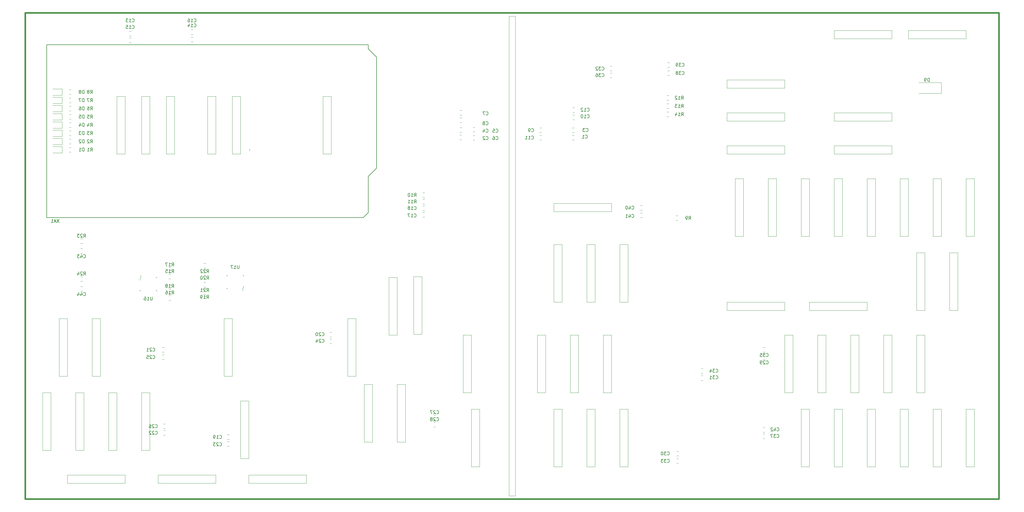
<source format=gbr>
%TF.GenerationSoftware,KiCad,Pcbnew,(5.0.2)-1*%
%TF.CreationDate,2019-11-19T01:28:37+09:00*%
%TF.ProjectId,sensor_board,73656e73-6f72-45f6-926f-6172642e6b69,rev?*%
%TF.SameCoordinates,Original*%
%TF.FileFunction,Legend,Bot*%
%TF.FilePolarity,Positive*%
%FSLAX46Y46*%
G04 Gerber Fmt 4.6, Leading zero omitted, Abs format (unit mm)*
G04 Created by KiCad (PCBNEW (5.0.2)-1) date 2019-11-19 오전 1:28:37*
%MOMM*%
%LPD*%
G01*
G04 APERTURE LIST*
%ADD10C,0.100000*%
%ADD11C,0.500000*%
%ADD12C,0.150000*%
%ADD13C,0.120000*%
G04 APERTURE END LIST*
D10*
X137160000Y-134620000D02*
X137160000Y-152400000D01*
X137160000Y-152400000D02*
X134620000Y-152400000D01*
X134620000Y-152400000D02*
X134620000Y-134620000D01*
X134620000Y-134620000D02*
X137160000Y-134620000D01*
X58420000Y-137160000D02*
X58420000Y-154940000D01*
X58420000Y-154940000D02*
X55880000Y-154940000D01*
X55880000Y-137160000D02*
X58420000Y-137160000D01*
X55880000Y-154940000D02*
X55880000Y-137160000D01*
X292100000Y-25400000D02*
X309880000Y-25400000D01*
X309880000Y-25400000D02*
X309880000Y-27940000D01*
X292100000Y-27940000D02*
X292100000Y-25400000D01*
X309880000Y-27940000D02*
X292100000Y-27940000D01*
X269240000Y-25400000D02*
X287020000Y-25400000D01*
X287020000Y-25400000D02*
X287020000Y-27940000D01*
X269240000Y-27940000D02*
X269240000Y-25400000D01*
X287020000Y-27940000D02*
X269240000Y-27940000D01*
X269240000Y-60960000D02*
X287020000Y-60960000D01*
X287020000Y-60960000D02*
X287020000Y-63500000D01*
X269240000Y-63500000D02*
X269240000Y-60960000D01*
X287020000Y-63500000D02*
X269240000Y-63500000D01*
X261620000Y-109220000D02*
X279400000Y-109220000D01*
X279400000Y-109220000D02*
X279400000Y-111760000D01*
X261620000Y-111760000D02*
X261620000Y-109220000D01*
X279400000Y-111760000D02*
X261620000Y-111760000D01*
X236220000Y-109220000D02*
X254000000Y-109220000D01*
X254000000Y-109220000D02*
X254000000Y-111760000D01*
X236220000Y-111760000D02*
X236220000Y-109220000D01*
X254000000Y-111760000D02*
X236220000Y-111760000D01*
X259080000Y-88900000D02*
X259080000Y-71120000D01*
X259080000Y-71120000D02*
X261620000Y-71120000D01*
X261620000Y-88900000D02*
X259080000Y-88900000D01*
X261620000Y-71120000D02*
X261620000Y-88900000D01*
X309880000Y-160020000D02*
X309880000Y-142240000D01*
X309880000Y-142240000D02*
X312420000Y-142240000D01*
X312420000Y-160020000D02*
X309880000Y-160020000D01*
X312420000Y-142240000D02*
X312420000Y-160020000D01*
X205740000Y-142240000D02*
X205740000Y-160020000D01*
X205740000Y-160020000D02*
X203200000Y-160020000D01*
X203200000Y-142240000D02*
X205740000Y-142240000D01*
X203200000Y-160020000D02*
X203200000Y-142240000D01*
X182880000Y-78740000D02*
X200660000Y-78740000D01*
X200660000Y-78740000D02*
X200660000Y-81280000D01*
X182880000Y-81280000D02*
X182880000Y-78740000D01*
X200660000Y-81280000D02*
X182880000Y-81280000D01*
X236220000Y-60960000D02*
X254000000Y-60960000D01*
X254000000Y-60960000D02*
X254000000Y-63500000D01*
X236220000Y-63500000D02*
X236220000Y-60960000D01*
X254000000Y-63500000D02*
X236220000Y-63500000D01*
X121920000Y-114300000D02*
X121920000Y-132080000D01*
X121920000Y-132080000D02*
X119380000Y-132080000D01*
X119380000Y-132080000D02*
X119380000Y-114300000D01*
X119380000Y-114300000D02*
X121920000Y-114300000D01*
X127000000Y-134620000D02*
X127000000Y-152400000D01*
X127000000Y-152400000D02*
X124460000Y-152400000D01*
X124460000Y-152400000D02*
X124460000Y-134620000D01*
X124460000Y-134620000D02*
X127000000Y-134620000D01*
X160020000Y-142240000D02*
X160020000Y-160020000D01*
X160020000Y-160020000D02*
X157480000Y-160020000D01*
X157480000Y-160020000D02*
X157480000Y-142240000D01*
X157480000Y-142240000D02*
X160020000Y-142240000D01*
X88900000Y-139700000D02*
X88900000Y-157480000D01*
X88900000Y-157480000D02*
X86360000Y-157480000D01*
X86360000Y-157480000D02*
X86360000Y-139700000D01*
X86360000Y-139700000D02*
X88900000Y-139700000D01*
X83820000Y-114300000D02*
X83820000Y-132080000D01*
X83820000Y-132080000D02*
X81280000Y-132080000D01*
X81280000Y-132080000D02*
X81280000Y-114300000D01*
X81280000Y-114300000D02*
X83820000Y-114300000D01*
X114300000Y-45720000D02*
X114300000Y-63500000D01*
X114300000Y-63500000D02*
X111760000Y-63500000D01*
X111760000Y-63500000D02*
X111760000Y-45720000D01*
X111760000Y-45720000D02*
X114300000Y-45720000D01*
X86360000Y-45720000D02*
X86360000Y-63500000D01*
X86360000Y-63500000D02*
X83820000Y-63500000D01*
X83820000Y-63500000D02*
X83820000Y-45720000D01*
X83820000Y-45720000D02*
X86360000Y-45720000D01*
X78740000Y-45720000D02*
X78740000Y-63500000D01*
X78740000Y-63500000D02*
X76200000Y-63500000D01*
X76200000Y-63500000D02*
X76200000Y-45720000D01*
X76200000Y-45720000D02*
X78740000Y-45720000D01*
X302260000Y-142240000D02*
X302260000Y-160020000D01*
X302260000Y-160020000D02*
X299720000Y-160020000D01*
X299720000Y-160020000D02*
X299720000Y-142240000D01*
X299720000Y-142240000D02*
X302260000Y-142240000D01*
X292100000Y-142240000D02*
X292100000Y-160020000D01*
X292100000Y-160020000D02*
X289560000Y-160020000D01*
X289560000Y-160020000D02*
X289560000Y-142240000D01*
X289560000Y-142240000D02*
X292100000Y-142240000D01*
X297180000Y-93980000D02*
X297180000Y-111760000D01*
X297180000Y-111760000D02*
X294640000Y-111760000D01*
X294640000Y-111760000D02*
X294640000Y-93980000D01*
X294640000Y-93980000D02*
X297180000Y-93980000D01*
X307340000Y-93980000D02*
X307340000Y-111760000D01*
X307340000Y-111760000D02*
X304800000Y-111760000D01*
X304800000Y-111760000D02*
X304800000Y-93980000D01*
X304800000Y-93980000D02*
X307340000Y-93980000D01*
X312420000Y-71120000D02*
X312420000Y-88900000D01*
X312420000Y-88900000D02*
X309880000Y-88900000D01*
X309880000Y-88900000D02*
X309880000Y-71120000D01*
X309880000Y-71120000D02*
X312420000Y-71120000D01*
X66040000Y-45720000D02*
X66040000Y-63500000D01*
X66040000Y-63500000D02*
X63500000Y-63500000D01*
X48260000Y-45720000D02*
X50800000Y-45720000D01*
X50800000Y-63500000D02*
X48260000Y-63500000D01*
X63500000Y-63500000D02*
X63500000Y-45720000D01*
X50800000Y-45720000D02*
X50800000Y-63500000D01*
X48260000Y-63500000D02*
X48260000Y-45720000D01*
X63500000Y-45720000D02*
X66040000Y-45720000D01*
X55880000Y-63500000D02*
X55880000Y-45720000D01*
X55880000Y-45720000D02*
X58420000Y-45720000D01*
X58420000Y-45720000D02*
X58420000Y-63500000D01*
X58420000Y-63500000D02*
X55880000Y-63500000D01*
X33020000Y-162560000D02*
X50800000Y-162560000D01*
X50800000Y-162560000D02*
X50800000Y-165100000D01*
X88900000Y-165100000D02*
X88900000Y-162560000D01*
X106680000Y-162560000D02*
X106680000Y-165100000D01*
X50800000Y-165100000D02*
X33020000Y-165100000D01*
X88900000Y-162560000D02*
X106680000Y-162560000D01*
X106680000Y-165100000D02*
X88900000Y-165100000D01*
X33020000Y-165100000D02*
X33020000Y-162560000D01*
X78740000Y-165100000D02*
X60960000Y-165100000D01*
X60960000Y-165100000D02*
X60960000Y-162560000D01*
X60960000Y-162560000D02*
X78740000Y-162560000D01*
X78740000Y-162560000D02*
X78740000Y-165100000D01*
X279400000Y-160020000D02*
X279400000Y-142240000D01*
X279400000Y-142240000D02*
X281940000Y-142240000D01*
X281940000Y-142240000D02*
X281940000Y-160020000D01*
X281940000Y-160020000D02*
X279400000Y-160020000D01*
X271780000Y-142240000D02*
X271780000Y-160020000D01*
X271780000Y-160020000D02*
X269240000Y-160020000D01*
X259080000Y-142240000D02*
X261620000Y-142240000D01*
X261620000Y-160020000D02*
X259080000Y-160020000D01*
X269240000Y-160020000D02*
X269240000Y-142240000D01*
X261620000Y-142240000D02*
X261620000Y-160020000D01*
X259080000Y-160020000D02*
X259080000Y-142240000D01*
X269240000Y-142240000D02*
X271780000Y-142240000D01*
X297180000Y-119380000D02*
X297180000Y-137160000D01*
X297180000Y-137160000D02*
X294640000Y-137160000D01*
X274320000Y-119380000D02*
X276860000Y-119380000D01*
X276860000Y-137160000D02*
X274320000Y-137160000D01*
X294640000Y-137160000D02*
X294640000Y-119380000D01*
X276860000Y-119380000D02*
X276860000Y-137160000D01*
X274320000Y-137160000D02*
X274320000Y-119380000D01*
X294640000Y-119380000D02*
X297180000Y-119380000D01*
X284480000Y-137160000D02*
X284480000Y-119380000D01*
X284480000Y-119380000D02*
X287020000Y-119380000D01*
X287020000Y-119380000D02*
X287020000Y-137160000D01*
X287020000Y-137160000D02*
X284480000Y-137160000D01*
X266700000Y-119380000D02*
X266700000Y-137160000D01*
X266700000Y-137160000D02*
X264160000Y-137160000D01*
X254000000Y-119380000D02*
X256540000Y-119380000D01*
X256540000Y-137160000D02*
X254000000Y-137160000D01*
X264160000Y-137160000D02*
X264160000Y-119380000D01*
X256540000Y-119380000D02*
X256540000Y-137160000D01*
X254000000Y-137160000D02*
X254000000Y-119380000D01*
X264160000Y-119380000D02*
X266700000Y-119380000D01*
X195580000Y-142240000D02*
X195580000Y-160020000D01*
X195580000Y-160020000D02*
X193040000Y-160020000D01*
X182880000Y-142240000D02*
X185420000Y-142240000D01*
X185420000Y-160020000D02*
X182880000Y-160020000D01*
X193040000Y-160020000D02*
X193040000Y-142240000D01*
X185420000Y-142240000D02*
X185420000Y-160020000D01*
X182880000Y-160020000D02*
X182880000Y-142240000D01*
X193040000Y-142240000D02*
X195580000Y-142240000D01*
X200660000Y-119380000D02*
X200660000Y-137160000D01*
X200660000Y-137160000D02*
X198120000Y-137160000D01*
X177800000Y-119380000D02*
X180340000Y-119380000D01*
X180340000Y-137160000D02*
X177800000Y-137160000D01*
X198120000Y-137160000D02*
X198120000Y-119380000D01*
X180340000Y-119380000D02*
X180340000Y-137160000D01*
X177800000Y-137160000D02*
X177800000Y-119380000D01*
X198120000Y-119380000D02*
X200660000Y-119380000D01*
X187960000Y-137160000D02*
X187960000Y-119380000D01*
X187960000Y-119380000D02*
X190500000Y-119380000D01*
X190500000Y-119380000D02*
X190500000Y-137160000D01*
X190500000Y-137160000D02*
X187960000Y-137160000D01*
X48260000Y-137160000D02*
X48260000Y-154940000D01*
X48260000Y-154940000D02*
X45720000Y-154940000D01*
X25400000Y-137160000D02*
X27940000Y-137160000D01*
X27940000Y-154940000D02*
X25400000Y-154940000D01*
X45720000Y-154940000D02*
X45720000Y-137160000D01*
X27940000Y-137160000D02*
X27940000Y-154940000D01*
X25400000Y-154940000D02*
X25400000Y-137160000D01*
X45720000Y-137160000D02*
X48260000Y-137160000D01*
X35560000Y-154940000D02*
X35560000Y-137160000D01*
X35560000Y-137160000D02*
X38100000Y-137160000D01*
X38100000Y-137160000D02*
X38100000Y-154940000D01*
X38100000Y-154940000D02*
X35560000Y-154940000D01*
X30480000Y-114300000D02*
X33020000Y-114300000D01*
X33020000Y-132080000D02*
X30480000Y-132080000D01*
X33020000Y-114300000D02*
X33020000Y-132080000D01*
X30480000Y-132080000D02*
X30480000Y-114300000D01*
X40640000Y-132080000D02*
X40640000Y-114300000D01*
X40640000Y-114300000D02*
X43180000Y-114300000D01*
X43180000Y-114300000D02*
X43180000Y-132080000D01*
X43180000Y-132080000D02*
X40640000Y-132080000D01*
X157480000Y-119380000D02*
X157480000Y-137160000D01*
X157480000Y-137160000D02*
X154940000Y-137160000D01*
X132080000Y-101600000D02*
X134620000Y-101600000D01*
X134620000Y-119380000D02*
X132080000Y-119380000D01*
X154940000Y-137160000D02*
X154940000Y-119380000D01*
X134620000Y-101600000D02*
X134620000Y-119380000D01*
X132080000Y-119380000D02*
X132080000Y-101600000D01*
X154940000Y-119380000D02*
X157480000Y-119380000D01*
X139700000Y-119126000D02*
X139700000Y-101346000D01*
X139700000Y-101346000D02*
X142240000Y-101346000D01*
X142240000Y-101346000D02*
X142240000Y-119126000D01*
X142240000Y-119126000D02*
X139700000Y-119126000D01*
X205740000Y-91440000D02*
X205740000Y-109220000D01*
X205740000Y-109220000D02*
X203200000Y-109220000D01*
X203200000Y-109220000D02*
X203200000Y-91440000D01*
X203200000Y-91440000D02*
X205740000Y-91440000D01*
X182880000Y-91440000D02*
X185420000Y-91440000D01*
X185420000Y-91440000D02*
X185420000Y-109220000D01*
X182880000Y-109220000D02*
X182880000Y-91440000D01*
X185420000Y-109220000D02*
X182880000Y-109220000D01*
X195580000Y-91440000D02*
X195580000Y-109220000D01*
X193040000Y-109220000D02*
X193040000Y-91440000D01*
X195580000Y-109220000D02*
X193040000Y-109220000D01*
X193040000Y-91440000D02*
X195580000Y-91440000D01*
X269240000Y-53340000D02*
X269240000Y-50800000D01*
X269240000Y-50800000D02*
X287020000Y-50800000D01*
X287020000Y-53340000D02*
X269240000Y-53340000D01*
X287020000Y-50800000D02*
X287020000Y-53340000D01*
X236220000Y-53340000D02*
X236220000Y-50800000D01*
X236220000Y-50800000D02*
X254000000Y-50800000D01*
X254000000Y-53340000D02*
X236220000Y-53340000D01*
X254000000Y-50800000D02*
X254000000Y-53340000D01*
X236220000Y-43180000D02*
X236220000Y-40640000D01*
X236220000Y-40640000D02*
X254000000Y-40640000D01*
X254000000Y-43180000D02*
X236220000Y-43180000D01*
X254000000Y-40640000D02*
X254000000Y-43180000D01*
X299720000Y-71120000D02*
X302260000Y-71120000D01*
X302260000Y-71120000D02*
X302260000Y-88900000D01*
X299720000Y-88900000D02*
X299720000Y-71120000D01*
X302260000Y-88900000D02*
X299720000Y-88900000D01*
X289560000Y-71120000D02*
X292100000Y-71120000D01*
X292100000Y-71120000D02*
X292100000Y-88900000D01*
X289560000Y-88900000D02*
X289560000Y-71120000D01*
X292100000Y-88900000D02*
X289560000Y-88900000D01*
X279400000Y-71120000D02*
X281940000Y-71120000D01*
X281940000Y-71120000D02*
X281940000Y-88900000D01*
X279400000Y-88900000D02*
X279400000Y-71120000D01*
X281940000Y-88900000D02*
X279400000Y-88900000D01*
X269240000Y-71120000D02*
X271780000Y-71120000D01*
X271780000Y-71120000D02*
X271780000Y-88900000D01*
X269240000Y-88900000D02*
X269240000Y-71120000D01*
X271780000Y-88900000D02*
X269240000Y-88900000D01*
X248920000Y-71120000D02*
X251460000Y-71120000D01*
X251460000Y-71120000D02*
X251460000Y-88900000D01*
X248920000Y-88900000D02*
X248920000Y-71120000D01*
X251460000Y-88900000D02*
X248920000Y-88900000D01*
X238760000Y-88900000D02*
X238760000Y-71120000D01*
X241300000Y-88900000D02*
X238760000Y-88900000D01*
X238760000Y-71120000D02*
X241300000Y-71120000D01*
X241300000Y-71120000D02*
X241300000Y-88900000D01*
X171000000Y-169000000D02*
X169000000Y-169000000D01*
X171000000Y-21000000D02*
X169000000Y-21000000D01*
X171000000Y-21000000D02*
X171000000Y-169000000D01*
X169000000Y-21000000D02*
X169000000Y-169000000D01*
D11*
X320000000Y-20000000D02*
X320000000Y-170000000D01*
X20000000Y-170000000D02*
X320000000Y-170000000D01*
X20000000Y-20000000D02*
X320000000Y-20000000D01*
X20000000Y-20000000D02*
X20000000Y-170000000D01*
D12*
X26670000Y-83185000D02*
X26670000Y-29845000D01*
X125730000Y-70485000D02*
X125730000Y-81661000D01*
X128270000Y-67945000D02*
X125730000Y-70485000D01*
X128270000Y-33655000D02*
X128270000Y-67945000D01*
X125730000Y-31115000D02*
X128270000Y-33655000D01*
X125730000Y-29845000D02*
X125730000Y-31115000D01*
X124206000Y-83185000D02*
X125730000Y-81661000D01*
X26670000Y-29845000D02*
X125730000Y-29845000D01*
X26670000Y-83185000D02*
X124206000Y-83185000D01*
D13*
X188549598Y-59168917D02*
X189072102Y-59168917D01*
X188549598Y-57748917D02*
X189072102Y-57748917D01*
X153907748Y-57710000D02*
X154430252Y-57710000D01*
X153907748Y-59130000D02*
X154430252Y-59130000D01*
X188549598Y-56882917D02*
X189072102Y-56882917D01*
X188549598Y-55462917D02*
X189072102Y-55462917D01*
X153916748Y-55424000D02*
X154439252Y-55424000D01*
X153916748Y-56844000D02*
X154439252Y-56844000D01*
X158490721Y-55278458D02*
X157968217Y-55278458D01*
X158490721Y-56698458D02*
X157968217Y-56698458D01*
X158481721Y-57818458D02*
X157959217Y-57818458D01*
X158481721Y-59238458D02*
X157959217Y-59238458D01*
X153916748Y-50090000D02*
X154439252Y-50090000D01*
X153916748Y-51510000D02*
X154439252Y-51510000D01*
X153916748Y-52376000D02*
X154439252Y-52376000D01*
X153916748Y-53796000D02*
X154439252Y-53796000D01*
X28500397Y-61226789D02*
X31360397Y-61226789D01*
X31360397Y-61226789D02*
X31360397Y-63146789D01*
X31360397Y-63146789D02*
X28500397Y-63146789D01*
X31360397Y-60606789D02*
X28500397Y-60606789D01*
X31360397Y-58686789D02*
X31360397Y-60606789D01*
X28500397Y-58686789D02*
X31360397Y-58686789D01*
X28500397Y-56146789D02*
X31360397Y-56146789D01*
X31360397Y-56146789D02*
X31360397Y-58066789D01*
X31360397Y-58066789D02*
X28500397Y-58066789D01*
X31360397Y-55526789D02*
X28500397Y-55526789D01*
X31360397Y-53606789D02*
X31360397Y-55526789D01*
X28500397Y-53606789D02*
X31360397Y-53606789D01*
X28500397Y-51066789D02*
X31360397Y-51066789D01*
X31360397Y-51066789D02*
X31360397Y-52986789D01*
X31360397Y-52986789D02*
X28500397Y-52986789D01*
X31360397Y-50446789D02*
X28500397Y-50446789D01*
X31360397Y-48526789D02*
X31360397Y-50446789D01*
X28500397Y-48526789D02*
X31360397Y-48526789D01*
X31360397Y-47906789D02*
X28500397Y-47906789D01*
X31360397Y-45986789D02*
X31360397Y-47906789D01*
X28500397Y-45986789D02*
X31360397Y-45986789D01*
X28500397Y-43446789D02*
X31360397Y-43446789D01*
X31360397Y-43446789D02*
X31360397Y-45366789D01*
X31360397Y-45366789D02*
X28500397Y-45366789D01*
X33575145Y-62896789D02*
X34097649Y-62896789D01*
X33575145Y-61476789D02*
X34097649Y-61476789D01*
X33575145Y-58936789D02*
X34097649Y-58936789D01*
X33575145Y-60356789D02*
X34097649Y-60356789D01*
X33575145Y-57816789D02*
X34097649Y-57816789D01*
X33575145Y-56396789D02*
X34097649Y-56396789D01*
X33575145Y-53856789D02*
X34097649Y-53856789D01*
X33575145Y-55276789D02*
X34097649Y-55276789D01*
X33575145Y-52736789D02*
X34097649Y-52736789D01*
X33575145Y-51316789D02*
X34097649Y-51316789D01*
X33575145Y-48776789D02*
X34097649Y-48776789D01*
X33575145Y-50196789D02*
X34097649Y-50196789D01*
X33575145Y-46236789D02*
X34097649Y-46236789D01*
X33575145Y-47656789D02*
X34097649Y-47656789D01*
X33575145Y-45116789D02*
X34097649Y-45116789D01*
X33575145Y-43696789D02*
X34097649Y-43696789D01*
X220464748Y-84022000D02*
X220987252Y-84022000D01*
X220464748Y-82602000D02*
X220987252Y-82602000D01*
X143009252Y-76910000D02*
X142486748Y-76910000D01*
X143009252Y-75490000D02*
X142486748Y-75490000D01*
X143009252Y-77522000D02*
X142486748Y-77522000D01*
X143009252Y-78942000D02*
X142486748Y-78942000D01*
X218193252Y-46938000D02*
X217670748Y-46938000D01*
X218193252Y-45518000D02*
X217670748Y-45518000D01*
X218193252Y-49478000D02*
X217670748Y-49478000D01*
X218193252Y-48058000D02*
X217670748Y-48058000D01*
X218193252Y-50598000D02*
X217670748Y-50598000D01*
X218193252Y-52018000D02*
X217670748Y-52018000D01*
X179057867Y-56941625D02*
X178535363Y-56941625D01*
X179057867Y-55521625D02*
X178535363Y-55521625D01*
X188670559Y-51485709D02*
X189193063Y-51485709D01*
X188670559Y-52905709D02*
X189193063Y-52905709D01*
X179057867Y-57770627D02*
X178535363Y-57770627D01*
X179057867Y-59190627D02*
X178535363Y-59190627D01*
X188670559Y-50619709D02*
X189193063Y-50619709D01*
X188670559Y-49199709D02*
X189193063Y-49199709D01*
X52585252Y-27126000D02*
X52062748Y-27126000D01*
X52585252Y-25706000D02*
X52062748Y-25706000D01*
X71112748Y-28904000D02*
X71635252Y-28904000D01*
X71112748Y-27484000D02*
X71635252Y-27484000D01*
X52585252Y-29158000D02*
X52062748Y-29158000D01*
X52585252Y-27738000D02*
X52062748Y-27738000D01*
X71112748Y-26618000D02*
X71635252Y-26618000D01*
X71112748Y-25198000D02*
X71635252Y-25198000D01*
X142486748Y-81586000D02*
X143009252Y-81586000D01*
X142486748Y-83006000D02*
X143009252Y-83006000D01*
X142486748Y-80974000D02*
X143009252Y-80974000D01*
X142486748Y-79554000D02*
X143009252Y-79554000D01*
X82297748Y-150166000D02*
X82820252Y-150166000D01*
X82297748Y-151586000D02*
X82820252Y-151586000D01*
X113834500Y-118534682D02*
X114357004Y-118534682D01*
X113834500Y-119954682D02*
X114357004Y-119954682D01*
X62745252Y-124662000D02*
X62222748Y-124662000D01*
X62745252Y-123242000D02*
X62222748Y-123242000D01*
X63118770Y-150274657D02*
X62596266Y-150274657D01*
X63118770Y-148854657D02*
X62596266Y-148854657D01*
X82297748Y-153673974D02*
X82820252Y-153673974D01*
X82297748Y-152253974D02*
X82820252Y-152253974D01*
X113843500Y-121986682D02*
X114366004Y-121986682D01*
X113843500Y-120566682D02*
X114366004Y-120566682D01*
X62745252Y-125528000D02*
X62222748Y-125528000D01*
X62745252Y-126948000D02*
X62222748Y-126948000D01*
X63109770Y-146822657D02*
X62587266Y-146822657D01*
X63109770Y-148242657D02*
X62587266Y-148242657D01*
X146360135Y-145622943D02*
X145837631Y-145622943D01*
X146360135Y-144202943D02*
X145837631Y-144202943D01*
X146360135Y-146356000D02*
X145837631Y-146356000D01*
X146360135Y-147776000D02*
X145837631Y-147776000D01*
X247388748Y-126948000D02*
X247911252Y-126948000D01*
X247388748Y-125528000D02*
X247911252Y-125528000D01*
X221241252Y-156694858D02*
X220718748Y-156694858D01*
X221241252Y-155274858D02*
X220718748Y-155274858D01*
X228205269Y-131912768D02*
X228727773Y-131912768D01*
X228205269Y-133332768D02*
X228727773Y-133332768D01*
X200681519Y-36418166D02*
X200159015Y-36418166D01*
X200681519Y-37838166D02*
X200159015Y-37838166D01*
X221232252Y-157560858D02*
X220709748Y-157560858D01*
X221232252Y-158980858D02*
X220709748Y-158980858D01*
X228205269Y-131179003D02*
X228727773Y-131179003D01*
X228205269Y-129759003D02*
X228727773Y-129759003D01*
X247388748Y-124662000D02*
X247911252Y-124662000D01*
X247388748Y-123242000D02*
X247911252Y-123242000D01*
X200681519Y-39951824D02*
X200159015Y-39951824D01*
X200681519Y-38531824D02*
X200159015Y-38531824D01*
X217924748Y-37877262D02*
X218447252Y-37877262D01*
X217924748Y-39297262D02*
X218447252Y-39297262D01*
X217924748Y-36757262D02*
X218447252Y-36757262D01*
X217924748Y-35337262D02*
X218447252Y-35337262D01*
X210065252Y-80847000D02*
X209542748Y-80847000D01*
X210065252Y-79427000D02*
X209542748Y-79427000D01*
X210065252Y-83133000D02*
X209542748Y-83133000D01*
X210065252Y-81713000D02*
X209542748Y-81713000D01*
X247231749Y-149911971D02*
X247754253Y-149911971D01*
X247231749Y-151331971D02*
X247754253Y-151331971D01*
X247231749Y-149381971D02*
X247754253Y-149381971D01*
X247231749Y-147961971D02*
X247754253Y-147961971D01*
X64777252Y-100636000D02*
X64254748Y-100636000D01*
X64777252Y-102056000D02*
X64254748Y-102056000D01*
X64777252Y-107240000D02*
X64254748Y-107240000D01*
X64777252Y-108660000D02*
X64254748Y-108660000D01*
X64777252Y-100024000D02*
X64254748Y-100024000D01*
X64777252Y-98604000D02*
X64254748Y-98604000D01*
X64777252Y-106628000D02*
X64254748Y-106628000D01*
X64777252Y-105208000D02*
X64254748Y-105208000D01*
D10*
X55312000Y-102432000D02*
X55312000Y-102032000D01*
X55312000Y-102032000D02*
X55612000Y-101732000D01*
X55612000Y-101732000D02*
X55612000Y-100932000D01*
X60212000Y-101532000D02*
X60512000Y-101532000D01*
X60512000Y-101532000D02*
X60512000Y-101832000D01*
X55612000Y-105732000D02*
X55312000Y-105732000D01*
X55312000Y-105732000D02*
X55312000Y-105432000D01*
X60212000Y-105732000D02*
X60512000Y-105732000D01*
X60512000Y-105732000D02*
X60512000Y-105432000D01*
D13*
X75008749Y-105335000D02*
X75531253Y-105335000D01*
X75008749Y-106755000D02*
X75531253Y-106755000D01*
X75008749Y-99414229D02*
X75531253Y-99414229D01*
X75008749Y-100834229D02*
X75531253Y-100834229D01*
X75008749Y-104596000D02*
X75531253Y-104596000D01*
X75008749Y-103176000D02*
X75531253Y-103176000D01*
X75008749Y-98754000D02*
X75531253Y-98754000D01*
X75008749Y-97334000D02*
X75531253Y-97334000D01*
D10*
X87280561Y-104220824D02*
X87280561Y-104620824D01*
X87280561Y-104620824D02*
X86980561Y-104920824D01*
X86980561Y-104920824D02*
X86980561Y-105720824D01*
X82380561Y-105120824D02*
X82080561Y-105120824D01*
X82080561Y-105120824D02*
X82080561Y-104820824D01*
X86980561Y-100920824D02*
X87280561Y-100920824D01*
X87280561Y-100920824D02*
X87280561Y-101220824D01*
X82380561Y-100920824D02*
X82080561Y-100920824D01*
X82080561Y-100920824D02*
X82080561Y-101220824D01*
D13*
X302215000Y-41530000D02*
X302215000Y-44830000D01*
X302215000Y-44830000D02*
X295315000Y-44830000D01*
X302215000Y-41530000D02*
X295315000Y-41530000D01*
X37076748Y-92762000D02*
X37599252Y-92762000D01*
X37076748Y-94182000D02*
X37599252Y-94182000D01*
X37076748Y-105866000D02*
X37599252Y-105866000D01*
X37076748Y-104446000D02*
X37599252Y-104446000D01*
X37599252Y-91134000D02*
X37076748Y-91134000D01*
X37599252Y-89714000D02*
X37076748Y-89714000D01*
X37599252Y-101398000D02*
X37076748Y-101398000D01*
X37599252Y-102818000D02*
X37076748Y-102818000D01*
D12*
X30448095Y-83653380D02*
X29781428Y-84653380D01*
X29781428Y-83653380D02*
X30448095Y-84653380D01*
X29448095Y-84367666D02*
X28971904Y-84367666D01*
X29543333Y-84653380D02*
X29210000Y-83653380D01*
X28876666Y-84653380D01*
X28019523Y-84653380D02*
X28590952Y-84653380D01*
X28305238Y-84653380D02*
X28305238Y-83653380D01*
X28400476Y-83796238D01*
X28495714Y-83891476D01*
X28590952Y-83939095D01*
X89154000Y-62206142D02*
X89106380Y-62253761D01*
X89154000Y-62301380D01*
X89201619Y-62253761D01*
X89154000Y-62206142D01*
X89154000Y-62301380D01*
X192533516Y-58562059D02*
X192581135Y-58609678D01*
X192723992Y-58657297D01*
X192819230Y-58657297D01*
X192962088Y-58609678D01*
X193057326Y-58514440D01*
X193104945Y-58419202D01*
X193152564Y-58228726D01*
X193152564Y-58085869D01*
X193104945Y-57895393D01*
X193057326Y-57800155D01*
X192962088Y-57704917D01*
X192819230Y-57657297D01*
X192723992Y-57657297D01*
X192581135Y-57704917D01*
X192533516Y-57752536D01*
X191581135Y-58657297D02*
X192152564Y-58657297D01*
X191866850Y-58657297D02*
X191866850Y-57657297D01*
X191962088Y-57800155D01*
X192057326Y-57895393D01*
X192152564Y-57943012D01*
X161964666Y-59031142D02*
X162012285Y-59078761D01*
X162155142Y-59126380D01*
X162250380Y-59126380D01*
X162393238Y-59078761D01*
X162488476Y-58983523D01*
X162536095Y-58888285D01*
X162583714Y-58697809D01*
X162583714Y-58554952D01*
X162536095Y-58364476D01*
X162488476Y-58269238D01*
X162393238Y-58174000D01*
X162250380Y-58126380D01*
X162155142Y-58126380D01*
X162012285Y-58174000D01*
X161964666Y-58221619D01*
X161583714Y-58221619D02*
X161536095Y-58174000D01*
X161440857Y-58126380D01*
X161202761Y-58126380D01*
X161107523Y-58174000D01*
X161059904Y-58221619D01*
X161012285Y-58316857D01*
X161012285Y-58412095D01*
X161059904Y-58554952D01*
X161631333Y-59126380D01*
X161012285Y-59126380D01*
X192787516Y-56530059D02*
X192835135Y-56577678D01*
X192977992Y-56625297D01*
X193073230Y-56625297D01*
X193216088Y-56577678D01*
X193311326Y-56482440D01*
X193358945Y-56387202D01*
X193406564Y-56196726D01*
X193406564Y-56053869D01*
X193358945Y-55863393D01*
X193311326Y-55768155D01*
X193216088Y-55672917D01*
X193073230Y-55625297D01*
X192977992Y-55625297D01*
X192835135Y-55672917D01*
X192787516Y-55720536D01*
X192454183Y-55625297D02*
X191835135Y-55625297D01*
X192168469Y-56006250D01*
X192025611Y-56006250D01*
X191930373Y-56053869D01*
X191882754Y-56101488D01*
X191835135Y-56196726D01*
X191835135Y-56434821D01*
X191882754Y-56530059D01*
X191930373Y-56577678D01*
X192025611Y-56625297D01*
X192311326Y-56625297D01*
X192406564Y-56577678D01*
X192454183Y-56530059D01*
X161964666Y-56745142D02*
X162012285Y-56792761D01*
X162155142Y-56840380D01*
X162250380Y-56840380D01*
X162393238Y-56792761D01*
X162488476Y-56697523D01*
X162536095Y-56602285D01*
X162583714Y-56411809D01*
X162583714Y-56268952D01*
X162536095Y-56078476D01*
X162488476Y-55983238D01*
X162393238Y-55888000D01*
X162250380Y-55840380D01*
X162155142Y-55840380D01*
X162012285Y-55888000D01*
X161964666Y-55935619D01*
X161107523Y-56173714D02*
X161107523Y-56840380D01*
X161345619Y-55792761D02*
X161583714Y-56507047D01*
X160964666Y-56507047D01*
X165012666Y-56745142D02*
X165060285Y-56792761D01*
X165203142Y-56840380D01*
X165298380Y-56840380D01*
X165441238Y-56792761D01*
X165536476Y-56697523D01*
X165584095Y-56602285D01*
X165631714Y-56411809D01*
X165631714Y-56268952D01*
X165584095Y-56078476D01*
X165536476Y-55983238D01*
X165441238Y-55888000D01*
X165298380Y-55840380D01*
X165203142Y-55840380D01*
X165060285Y-55888000D01*
X165012666Y-55935619D01*
X164107904Y-55840380D02*
X164584095Y-55840380D01*
X164631714Y-56316571D01*
X164584095Y-56268952D01*
X164488857Y-56221333D01*
X164250761Y-56221333D01*
X164155523Y-56268952D01*
X164107904Y-56316571D01*
X164060285Y-56411809D01*
X164060285Y-56649904D01*
X164107904Y-56745142D01*
X164155523Y-56792761D01*
X164250761Y-56840380D01*
X164488857Y-56840380D01*
X164584095Y-56792761D01*
X164631714Y-56745142D01*
X165012666Y-59031142D02*
X165060285Y-59078761D01*
X165203142Y-59126380D01*
X165298380Y-59126380D01*
X165441238Y-59078761D01*
X165536476Y-58983523D01*
X165584095Y-58888285D01*
X165631714Y-58697809D01*
X165631714Y-58554952D01*
X165584095Y-58364476D01*
X165536476Y-58269238D01*
X165441238Y-58174000D01*
X165298380Y-58126380D01*
X165203142Y-58126380D01*
X165060285Y-58174000D01*
X165012666Y-58221619D01*
X164155523Y-58126380D02*
X164346000Y-58126380D01*
X164441238Y-58174000D01*
X164488857Y-58221619D01*
X164584095Y-58364476D01*
X164631714Y-58554952D01*
X164631714Y-58935904D01*
X164584095Y-59031142D01*
X164536476Y-59078761D01*
X164441238Y-59126380D01*
X164250761Y-59126380D01*
X164155523Y-59078761D01*
X164107904Y-59031142D01*
X164060285Y-58935904D01*
X164060285Y-58697809D01*
X164107904Y-58602571D01*
X164155523Y-58554952D01*
X164250761Y-58507333D01*
X164441238Y-58507333D01*
X164536476Y-58554952D01*
X164584095Y-58602571D01*
X164631714Y-58697809D01*
X161964666Y-51411142D02*
X162012285Y-51458761D01*
X162155142Y-51506380D01*
X162250380Y-51506380D01*
X162393238Y-51458761D01*
X162488476Y-51363523D01*
X162536095Y-51268285D01*
X162583714Y-51077809D01*
X162583714Y-50934952D01*
X162536095Y-50744476D01*
X162488476Y-50649238D01*
X162393238Y-50554000D01*
X162250380Y-50506380D01*
X162155142Y-50506380D01*
X162012285Y-50554000D01*
X161964666Y-50601619D01*
X161631333Y-50506380D02*
X160964666Y-50506380D01*
X161393238Y-51506380D01*
X161964666Y-54459142D02*
X162012285Y-54506761D01*
X162155142Y-54554380D01*
X162250380Y-54554380D01*
X162393238Y-54506761D01*
X162488476Y-54411523D01*
X162536095Y-54316285D01*
X162583714Y-54125809D01*
X162583714Y-53982952D01*
X162536095Y-53792476D01*
X162488476Y-53697238D01*
X162393238Y-53602000D01*
X162250380Y-53554380D01*
X162155142Y-53554380D01*
X162012285Y-53602000D01*
X161964666Y-53649619D01*
X161393238Y-53982952D02*
X161488476Y-53935333D01*
X161536095Y-53887714D01*
X161583714Y-53792476D01*
X161583714Y-53744857D01*
X161536095Y-53649619D01*
X161488476Y-53602000D01*
X161393238Y-53554380D01*
X161202761Y-53554380D01*
X161107523Y-53602000D01*
X161059904Y-53649619D01*
X161012285Y-53744857D01*
X161012285Y-53792476D01*
X161059904Y-53887714D01*
X161107523Y-53935333D01*
X161202761Y-53982952D01*
X161393238Y-53982952D01*
X161488476Y-54030571D01*
X161536095Y-54078190D01*
X161583714Y-54173428D01*
X161583714Y-54363904D01*
X161536095Y-54459142D01*
X161488476Y-54506761D01*
X161393238Y-54554380D01*
X161202761Y-54554380D01*
X161107523Y-54506761D01*
X161059904Y-54459142D01*
X161012285Y-54363904D01*
X161012285Y-54173428D01*
X161059904Y-54078190D01*
X161107523Y-54030571D01*
X161202761Y-53982952D01*
X38103492Y-62639169D02*
X38103492Y-61639169D01*
X37865397Y-61639169D01*
X37722539Y-61686789D01*
X37627301Y-61782027D01*
X37579682Y-61877265D01*
X37532063Y-62067741D01*
X37532063Y-62210598D01*
X37579682Y-62401074D01*
X37627301Y-62496312D01*
X37722539Y-62591550D01*
X37865397Y-62639169D01*
X38103492Y-62639169D01*
X36579682Y-62639169D02*
X37151111Y-62639169D01*
X36865397Y-62639169D02*
X36865397Y-61639169D01*
X36960635Y-61782027D01*
X37055873Y-61877265D01*
X37151111Y-61924884D01*
X38103492Y-60099169D02*
X38103492Y-59099169D01*
X37865397Y-59099169D01*
X37722539Y-59146789D01*
X37627301Y-59242027D01*
X37579682Y-59337265D01*
X37532063Y-59527741D01*
X37532063Y-59670598D01*
X37579682Y-59861074D01*
X37627301Y-59956312D01*
X37722539Y-60051550D01*
X37865397Y-60099169D01*
X38103492Y-60099169D01*
X37151111Y-59194408D02*
X37103492Y-59146789D01*
X37008254Y-59099169D01*
X36770158Y-59099169D01*
X36674920Y-59146789D01*
X36627301Y-59194408D01*
X36579682Y-59289646D01*
X36579682Y-59384884D01*
X36627301Y-59527741D01*
X37198730Y-60099169D01*
X36579682Y-60099169D01*
X38103492Y-57559169D02*
X38103492Y-56559169D01*
X37865397Y-56559169D01*
X37722539Y-56606789D01*
X37627301Y-56702027D01*
X37579682Y-56797265D01*
X37532063Y-56987741D01*
X37532063Y-57130598D01*
X37579682Y-57321074D01*
X37627301Y-57416312D01*
X37722539Y-57511550D01*
X37865397Y-57559169D01*
X38103492Y-57559169D01*
X37198730Y-56559169D02*
X36579682Y-56559169D01*
X36913016Y-56940122D01*
X36770158Y-56940122D01*
X36674920Y-56987741D01*
X36627301Y-57035360D01*
X36579682Y-57130598D01*
X36579682Y-57368693D01*
X36627301Y-57463931D01*
X36674920Y-57511550D01*
X36770158Y-57559169D01*
X37055873Y-57559169D01*
X37151111Y-57511550D01*
X37198730Y-57463931D01*
X38103492Y-55019169D02*
X38103492Y-54019169D01*
X37865397Y-54019169D01*
X37722539Y-54066789D01*
X37627301Y-54162027D01*
X37579682Y-54257265D01*
X37532063Y-54447741D01*
X37532063Y-54590598D01*
X37579682Y-54781074D01*
X37627301Y-54876312D01*
X37722539Y-54971550D01*
X37865397Y-55019169D01*
X38103492Y-55019169D01*
X36674920Y-54352503D02*
X36674920Y-55019169D01*
X36913016Y-53971550D02*
X37151111Y-54685836D01*
X36532063Y-54685836D01*
X38103492Y-52479169D02*
X38103492Y-51479169D01*
X37865397Y-51479169D01*
X37722539Y-51526789D01*
X37627301Y-51622027D01*
X37579682Y-51717265D01*
X37532063Y-51907741D01*
X37532063Y-52050598D01*
X37579682Y-52241074D01*
X37627301Y-52336312D01*
X37722539Y-52431550D01*
X37865397Y-52479169D01*
X38103492Y-52479169D01*
X36627301Y-51479169D02*
X37103492Y-51479169D01*
X37151111Y-51955360D01*
X37103492Y-51907741D01*
X37008254Y-51860122D01*
X36770158Y-51860122D01*
X36674920Y-51907741D01*
X36627301Y-51955360D01*
X36579682Y-52050598D01*
X36579682Y-52288693D01*
X36627301Y-52383931D01*
X36674920Y-52431550D01*
X36770158Y-52479169D01*
X37008254Y-52479169D01*
X37103492Y-52431550D01*
X37151111Y-52383931D01*
X38103492Y-49939169D02*
X38103492Y-48939169D01*
X37865397Y-48939169D01*
X37722539Y-48986789D01*
X37627301Y-49082027D01*
X37579682Y-49177265D01*
X37532063Y-49367741D01*
X37532063Y-49510598D01*
X37579682Y-49701074D01*
X37627301Y-49796312D01*
X37722539Y-49891550D01*
X37865397Y-49939169D01*
X38103492Y-49939169D01*
X36674920Y-48939169D02*
X36865397Y-48939169D01*
X36960635Y-48986789D01*
X37008254Y-49034408D01*
X37103492Y-49177265D01*
X37151111Y-49367741D01*
X37151111Y-49748693D01*
X37103492Y-49843931D01*
X37055873Y-49891550D01*
X36960635Y-49939169D01*
X36770158Y-49939169D01*
X36674920Y-49891550D01*
X36627301Y-49843931D01*
X36579682Y-49748693D01*
X36579682Y-49510598D01*
X36627301Y-49415360D01*
X36674920Y-49367741D01*
X36770158Y-49320122D01*
X36960635Y-49320122D01*
X37055873Y-49367741D01*
X37103492Y-49415360D01*
X37151111Y-49510598D01*
X38103492Y-47399169D02*
X38103492Y-46399169D01*
X37865397Y-46399169D01*
X37722539Y-46446789D01*
X37627301Y-46542027D01*
X37579682Y-46637265D01*
X37532063Y-46827741D01*
X37532063Y-46970598D01*
X37579682Y-47161074D01*
X37627301Y-47256312D01*
X37722539Y-47351550D01*
X37865397Y-47399169D01*
X38103492Y-47399169D01*
X37198730Y-46399169D02*
X36532063Y-46399169D01*
X36960635Y-47399169D01*
X38103492Y-44859169D02*
X38103492Y-43859169D01*
X37865397Y-43859169D01*
X37722539Y-43906789D01*
X37627301Y-44002027D01*
X37579682Y-44097265D01*
X37532063Y-44287741D01*
X37532063Y-44430598D01*
X37579682Y-44621074D01*
X37627301Y-44716312D01*
X37722539Y-44811550D01*
X37865397Y-44859169D01*
X38103492Y-44859169D01*
X36960635Y-44287741D02*
X37055873Y-44240122D01*
X37103492Y-44192503D01*
X37151111Y-44097265D01*
X37151111Y-44049646D01*
X37103492Y-43954408D01*
X37055873Y-43906789D01*
X36960635Y-43859169D01*
X36770158Y-43859169D01*
X36674920Y-43906789D01*
X36627301Y-43954408D01*
X36579682Y-44049646D01*
X36579682Y-44097265D01*
X36627301Y-44192503D01*
X36674920Y-44240122D01*
X36770158Y-44287741D01*
X36960635Y-44287741D01*
X37055873Y-44335360D01*
X37103492Y-44382979D01*
X37151111Y-44478217D01*
X37151111Y-44668693D01*
X37103492Y-44763931D01*
X37055873Y-44811550D01*
X36960635Y-44859169D01*
X36770158Y-44859169D01*
X36674920Y-44811550D01*
X36627301Y-44763931D01*
X36579682Y-44668693D01*
X36579682Y-44478217D01*
X36627301Y-44382979D01*
X36674920Y-44335360D01*
X36770158Y-44287741D01*
X40090063Y-62639169D02*
X40423397Y-62162979D01*
X40661492Y-62639169D02*
X40661492Y-61639169D01*
X40280539Y-61639169D01*
X40185301Y-61686789D01*
X40137682Y-61734408D01*
X40090063Y-61829646D01*
X40090063Y-61972503D01*
X40137682Y-62067741D01*
X40185301Y-62115360D01*
X40280539Y-62162979D01*
X40661492Y-62162979D01*
X39137682Y-62639169D02*
X39709111Y-62639169D01*
X39423397Y-62639169D02*
X39423397Y-61639169D01*
X39518635Y-61782027D01*
X39613873Y-61877265D01*
X39709111Y-61924884D01*
X40090063Y-60099169D02*
X40423397Y-59622979D01*
X40661492Y-60099169D02*
X40661492Y-59099169D01*
X40280539Y-59099169D01*
X40185301Y-59146789D01*
X40137682Y-59194408D01*
X40090063Y-59289646D01*
X40090063Y-59432503D01*
X40137682Y-59527741D01*
X40185301Y-59575360D01*
X40280539Y-59622979D01*
X40661492Y-59622979D01*
X39709111Y-59194408D02*
X39661492Y-59146789D01*
X39566254Y-59099169D01*
X39328158Y-59099169D01*
X39232920Y-59146789D01*
X39185301Y-59194408D01*
X39137682Y-59289646D01*
X39137682Y-59384884D01*
X39185301Y-59527741D01*
X39756730Y-60099169D01*
X39137682Y-60099169D01*
X40090063Y-57559169D02*
X40423397Y-57082979D01*
X40661492Y-57559169D02*
X40661492Y-56559169D01*
X40280539Y-56559169D01*
X40185301Y-56606789D01*
X40137682Y-56654408D01*
X40090063Y-56749646D01*
X40090063Y-56892503D01*
X40137682Y-56987741D01*
X40185301Y-57035360D01*
X40280539Y-57082979D01*
X40661492Y-57082979D01*
X39756730Y-56559169D02*
X39137682Y-56559169D01*
X39471016Y-56940122D01*
X39328158Y-56940122D01*
X39232920Y-56987741D01*
X39185301Y-57035360D01*
X39137682Y-57130598D01*
X39137682Y-57368693D01*
X39185301Y-57463931D01*
X39232920Y-57511550D01*
X39328158Y-57559169D01*
X39613873Y-57559169D01*
X39709111Y-57511550D01*
X39756730Y-57463931D01*
X40090063Y-55019169D02*
X40423397Y-54542979D01*
X40661492Y-55019169D02*
X40661492Y-54019169D01*
X40280539Y-54019169D01*
X40185301Y-54066789D01*
X40137682Y-54114408D01*
X40090063Y-54209646D01*
X40090063Y-54352503D01*
X40137682Y-54447741D01*
X40185301Y-54495360D01*
X40280539Y-54542979D01*
X40661492Y-54542979D01*
X39232920Y-54352503D02*
X39232920Y-55019169D01*
X39471016Y-53971550D02*
X39709111Y-54685836D01*
X39090063Y-54685836D01*
X40090063Y-52479169D02*
X40423397Y-52002979D01*
X40661492Y-52479169D02*
X40661492Y-51479169D01*
X40280539Y-51479169D01*
X40185301Y-51526789D01*
X40137682Y-51574408D01*
X40090063Y-51669646D01*
X40090063Y-51812503D01*
X40137682Y-51907741D01*
X40185301Y-51955360D01*
X40280539Y-52002979D01*
X40661492Y-52002979D01*
X39185301Y-51479169D02*
X39661492Y-51479169D01*
X39709111Y-51955360D01*
X39661492Y-51907741D01*
X39566254Y-51860122D01*
X39328158Y-51860122D01*
X39232920Y-51907741D01*
X39185301Y-51955360D01*
X39137682Y-52050598D01*
X39137682Y-52288693D01*
X39185301Y-52383931D01*
X39232920Y-52431550D01*
X39328158Y-52479169D01*
X39566254Y-52479169D01*
X39661492Y-52431550D01*
X39709111Y-52383931D01*
X40090063Y-49939169D02*
X40423397Y-49462979D01*
X40661492Y-49939169D02*
X40661492Y-48939169D01*
X40280539Y-48939169D01*
X40185301Y-48986789D01*
X40137682Y-49034408D01*
X40090063Y-49129646D01*
X40090063Y-49272503D01*
X40137682Y-49367741D01*
X40185301Y-49415360D01*
X40280539Y-49462979D01*
X40661492Y-49462979D01*
X39232920Y-48939169D02*
X39423397Y-48939169D01*
X39518635Y-48986789D01*
X39566254Y-49034408D01*
X39661492Y-49177265D01*
X39709111Y-49367741D01*
X39709111Y-49748693D01*
X39661492Y-49843931D01*
X39613873Y-49891550D01*
X39518635Y-49939169D01*
X39328158Y-49939169D01*
X39232920Y-49891550D01*
X39185301Y-49843931D01*
X39137682Y-49748693D01*
X39137682Y-49510598D01*
X39185301Y-49415360D01*
X39232920Y-49367741D01*
X39328158Y-49320122D01*
X39518635Y-49320122D01*
X39613873Y-49367741D01*
X39661492Y-49415360D01*
X39709111Y-49510598D01*
X40090063Y-47399169D02*
X40423397Y-46922979D01*
X40661492Y-47399169D02*
X40661492Y-46399169D01*
X40280539Y-46399169D01*
X40185301Y-46446789D01*
X40137682Y-46494408D01*
X40090063Y-46589646D01*
X40090063Y-46732503D01*
X40137682Y-46827741D01*
X40185301Y-46875360D01*
X40280539Y-46922979D01*
X40661492Y-46922979D01*
X39756730Y-46399169D02*
X39090063Y-46399169D01*
X39518635Y-47399169D01*
X40090063Y-44859169D02*
X40423397Y-44382979D01*
X40661492Y-44859169D02*
X40661492Y-43859169D01*
X40280539Y-43859169D01*
X40185301Y-43906789D01*
X40137682Y-43954408D01*
X40090063Y-44049646D01*
X40090063Y-44192503D01*
X40137682Y-44287741D01*
X40185301Y-44335360D01*
X40280539Y-44382979D01*
X40661492Y-44382979D01*
X39518635Y-44287741D02*
X39613873Y-44240122D01*
X39661492Y-44192503D01*
X39709111Y-44097265D01*
X39709111Y-44049646D01*
X39661492Y-43954408D01*
X39613873Y-43906789D01*
X39518635Y-43859169D01*
X39328158Y-43859169D01*
X39232920Y-43906789D01*
X39185301Y-43954408D01*
X39137682Y-44049646D01*
X39137682Y-44097265D01*
X39185301Y-44192503D01*
X39232920Y-44240122D01*
X39328158Y-44287741D01*
X39518635Y-44287741D01*
X39613873Y-44335360D01*
X39661492Y-44382979D01*
X39709111Y-44478217D01*
X39709111Y-44668693D01*
X39661492Y-44763931D01*
X39613873Y-44811550D01*
X39518635Y-44859169D01*
X39328158Y-44859169D01*
X39232920Y-44811550D01*
X39185301Y-44763931D01*
X39137682Y-44668693D01*
X39137682Y-44478217D01*
X39185301Y-44382979D01*
X39232920Y-44335360D01*
X39328158Y-44287741D01*
X224448666Y-83764380D02*
X224782000Y-83288190D01*
X225020095Y-83764380D02*
X225020095Y-82764380D01*
X224639142Y-82764380D01*
X224543904Y-82812000D01*
X224496285Y-82859619D01*
X224448666Y-82954857D01*
X224448666Y-83097714D01*
X224496285Y-83192952D01*
X224543904Y-83240571D01*
X224639142Y-83288190D01*
X225020095Y-83288190D01*
X223972476Y-83764380D02*
X223782000Y-83764380D01*
X223686761Y-83716761D01*
X223639142Y-83669142D01*
X223543904Y-83526285D01*
X223496285Y-83335809D01*
X223496285Y-82954857D01*
X223543904Y-82859619D01*
X223591523Y-82812000D01*
X223686761Y-82764380D01*
X223877238Y-82764380D01*
X223972476Y-82812000D01*
X224020095Y-82859619D01*
X224067714Y-82954857D01*
X224067714Y-83192952D01*
X224020095Y-83288190D01*
X223972476Y-83335809D01*
X223877238Y-83383428D01*
X223686761Y-83383428D01*
X223591523Y-83335809D01*
X223543904Y-83288190D01*
X223496285Y-83192952D01*
X139834857Y-76652380D02*
X140168190Y-76176190D01*
X140406285Y-76652380D02*
X140406285Y-75652380D01*
X140025333Y-75652380D01*
X139930095Y-75700000D01*
X139882476Y-75747619D01*
X139834857Y-75842857D01*
X139834857Y-75985714D01*
X139882476Y-76080952D01*
X139930095Y-76128571D01*
X140025333Y-76176190D01*
X140406285Y-76176190D01*
X138882476Y-76652380D02*
X139453904Y-76652380D01*
X139168190Y-76652380D02*
X139168190Y-75652380D01*
X139263428Y-75795238D01*
X139358666Y-75890476D01*
X139453904Y-75938095D01*
X138263428Y-75652380D02*
X138168190Y-75652380D01*
X138072952Y-75700000D01*
X138025333Y-75747619D01*
X137977714Y-75842857D01*
X137930095Y-76033333D01*
X137930095Y-76271428D01*
X137977714Y-76461904D01*
X138025333Y-76557142D01*
X138072952Y-76604761D01*
X138168190Y-76652380D01*
X138263428Y-76652380D01*
X138358666Y-76604761D01*
X138406285Y-76557142D01*
X138453904Y-76461904D01*
X138501523Y-76271428D01*
X138501523Y-76033333D01*
X138453904Y-75842857D01*
X138406285Y-75747619D01*
X138358666Y-75700000D01*
X138263428Y-75652380D01*
X139834857Y-78684380D02*
X140168190Y-78208190D01*
X140406285Y-78684380D02*
X140406285Y-77684380D01*
X140025333Y-77684380D01*
X139930095Y-77732000D01*
X139882476Y-77779619D01*
X139834857Y-77874857D01*
X139834857Y-78017714D01*
X139882476Y-78112952D01*
X139930095Y-78160571D01*
X140025333Y-78208190D01*
X140406285Y-78208190D01*
X138882476Y-78684380D02*
X139453904Y-78684380D01*
X139168190Y-78684380D02*
X139168190Y-77684380D01*
X139263428Y-77827238D01*
X139358666Y-77922476D01*
X139453904Y-77970095D01*
X137930095Y-78684380D02*
X138501523Y-78684380D01*
X138215809Y-78684380D02*
X138215809Y-77684380D01*
X138311047Y-77827238D01*
X138406285Y-77922476D01*
X138501523Y-77970095D01*
X222130857Y-46680380D02*
X222464190Y-46204190D01*
X222702285Y-46680380D02*
X222702285Y-45680380D01*
X222321333Y-45680380D01*
X222226095Y-45728000D01*
X222178476Y-45775619D01*
X222130857Y-45870857D01*
X222130857Y-46013714D01*
X222178476Y-46108952D01*
X222226095Y-46156571D01*
X222321333Y-46204190D01*
X222702285Y-46204190D01*
X221178476Y-46680380D02*
X221749904Y-46680380D01*
X221464190Y-46680380D02*
X221464190Y-45680380D01*
X221559428Y-45823238D01*
X221654666Y-45918476D01*
X221749904Y-45966095D01*
X220797523Y-45775619D02*
X220749904Y-45728000D01*
X220654666Y-45680380D01*
X220416571Y-45680380D01*
X220321333Y-45728000D01*
X220273714Y-45775619D01*
X220226095Y-45870857D01*
X220226095Y-45966095D01*
X220273714Y-46108952D01*
X220845142Y-46680380D01*
X220226095Y-46680380D01*
X222130857Y-49220380D02*
X222464190Y-48744190D01*
X222702285Y-49220380D02*
X222702285Y-48220380D01*
X222321333Y-48220380D01*
X222226095Y-48268000D01*
X222178476Y-48315619D01*
X222130857Y-48410857D01*
X222130857Y-48553714D01*
X222178476Y-48648952D01*
X222226095Y-48696571D01*
X222321333Y-48744190D01*
X222702285Y-48744190D01*
X221178476Y-49220380D02*
X221749904Y-49220380D01*
X221464190Y-49220380D02*
X221464190Y-48220380D01*
X221559428Y-48363238D01*
X221654666Y-48458476D01*
X221749904Y-48506095D01*
X220845142Y-48220380D02*
X220226095Y-48220380D01*
X220559428Y-48601333D01*
X220416571Y-48601333D01*
X220321333Y-48648952D01*
X220273714Y-48696571D01*
X220226095Y-48791809D01*
X220226095Y-49029904D01*
X220273714Y-49125142D01*
X220321333Y-49172761D01*
X220416571Y-49220380D01*
X220702285Y-49220380D01*
X220797523Y-49172761D01*
X220845142Y-49125142D01*
X222130857Y-51760380D02*
X222464190Y-51284190D01*
X222702285Y-51760380D02*
X222702285Y-50760380D01*
X222321333Y-50760380D01*
X222226095Y-50808000D01*
X222178476Y-50855619D01*
X222130857Y-50950857D01*
X222130857Y-51093714D01*
X222178476Y-51188952D01*
X222226095Y-51236571D01*
X222321333Y-51284190D01*
X222702285Y-51284190D01*
X221178476Y-51760380D02*
X221749904Y-51760380D01*
X221464190Y-51760380D02*
X221464190Y-50760380D01*
X221559428Y-50903238D01*
X221654666Y-50998476D01*
X221749904Y-51046095D01*
X220321333Y-51093714D02*
X220321333Y-51760380D01*
X220559428Y-50712761D02*
X220797523Y-51427047D01*
X220178476Y-51427047D01*
X175998283Y-56588767D02*
X176045902Y-56636386D01*
X176188759Y-56684005D01*
X176283997Y-56684005D01*
X176426855Y-56636386D01*
X176522093Y-56541148D01*
X176569712Y-56445910D01*
X176617331Y-56255434D01*
X176617331Y-56112577D01*
X176569712Y-55922101D01*
X176522093Y-55826863D01*
X176426855Y-55731625D01*
X176283997Y-55684005D01*
X176188759Y-55684005D01*
X176045902Y-55731625D01*
X175998283Y-55779244D01*
X175522093Y-56684005D02*
X175331617Y-56684005D01*
X175236378Y-56636386D01*
X175188759Y-56588767D01*
X175093521Y-56445910D01*
X175045902Y-56255434D01*
X175045902Y-55874482D01*
X175093521Y-55779244D01*
X175141140Y-55731625D01*
X175236378Y-55684005D01*
X175426855Y-55684005D01*
X175522093Y-55731625D01*
X175569712Y-55779244D01*
X175617331Y-55874482D01*
X175617331Y-56112577D01*
X175569712Y-56207815D01*
X175522093Y-56255434D01*
X175426855Y-56303053D01*
X175236378Y-56303053D01*
X175141140Y-56255434D01*
X175093521Y-56207815D01*
X175045902Y-56112577D01*
X193130668Y-52298851D02*
X193178287Y-52346470D01*
X193321144Y-52394089D01*
X193416382Y-52394089D01*
X193559239Y-52346470D01*
X193654477Y-52251232D01*
X193702096Y-52155994D01*
X193749715Y-51965518D01*
X193749715Y-51822661D01*
X193702096Y-51632185D01*
X193654477Y-51536947D01*
X193559239Y-51441709D01*
X193416382Y-51394089D01*
X193321144Y-51394089D01*
X193178287Y-51441709D01*
X193130668Y-51489328D01*
X192178287Y-52394089D02*
X192749715Y-52394089D01*
X192464001Y-52394089D02*
X192464001Y-51394089D01*
X192559239Y-51536947D01*
X192654477Y-51632185D01*
X192749715Y-51679804D01*
X191559239Y-51394089D02*
X191464001Y-51394089D01*
X191368763Y-51441709D01*
X191321144Y-51489328D01*
X191273525Y-51584566D01*
X191225906Y-51775042D01*
X191225906Y-52013137D01*
X191273525Y-52203613D01*
X191321144Y-52298851D01*
X191368763Y-52346470D01*
X191464001Y-52394089D01*
X191559239Y-52394089D01*
X191654477Y-52346470D01*
X191702096Y-52298851D01*
X191749715Y-52203613D01*
X191797334Y-52013137D01*
X191797334Y-51775042D01*
X191749715Y-51584566D01*
X191702096Y-51489328D01*
X191654477Y-51441709D01*
X191559239Y-51394089D01*
X175966474Y-58874767D02*
X176014093Y-58922386D01*
X176156950Y-58970005D01*
X176252188Y-58970005D01*
X176395045Y-58922386D01*
X176490283Y-58827148D01*
X176537902Y-58731910D01*
X176585521Y-58541434D01*
X176585521Y-58398577D01*
X176537902Y-58208101D01*
X176490283Y-58112863D01*
X176395045Y-58017625D01*
X176252188Y-57970005D01*
X176156950Y-57970005D01*
X176014093Y-58017625D01*
X175966474Y-58065244D01*
X175014093Y-58970005D02*
X175585521Y-58970005D01*
X175299807Y-58970005D02*
X175299807Y-57970005D01*
X175395045Y-58112863D01*
X175490283Y-58208101D01*
X175585521Y-58255720D01*
X174061712Y-58970005D02*
X174633140Y-58970005D01*
X174347426Y-58970005D02*
X174347426Y-57970005D01*
X174442664Y-58112863D01*
X174537902Y-58208101D01*
X174633140Y-58255720D01*
X193130668Y-50266851D02*
X193178287Y-50314470D01*
X193321144Y-50362089D01*
X193416382Y-50362089D01*
X193559239Y-50314470D01*
X193654477Y-50219232D01*
X193702096Y-50123994D01*
X193749715Y-49933518D01*
X193749715Y-49790661D01*
X193702096Y-49600185D01*
X193654477Y-49504947D01*
X193559239Y-49409709D01*
X193416382Y-49362089D01*
X193321144Y-49362089D01*
X193178287Y-49409709D01*
X193130668Y-49457328D01*
X192178287Y-50362089D02*
X192749715Y-50362089D01*
X192464001Y-50362089D02*
X192464001Y-49362089D01*
X192559239Y-49504947D01*
X192654477Y-49600185D01*
X192749715Y-49647804D01*
X191797334Y-49457328D02*
X191749715Y-49409709D01*
X191654477Y-49362089D01*
X191416382Y-49362089D01*
X191321144Y-49409709D01*
X191273525Y-49457328D01*
X191225906Y-49552566D01*
X191225906Y-49647804D01*
X191273525Y-49790661D01*
X191844953Y-50362089D01*
X191225906Y-50362089D01*
X52966857Y-22709142D02*
X53014476Y-22756761D01*
X53157333Y-22804380D01*
X53252571Y-22804380D01*
X53395428Y-22756761D01*
X53490666Y-22661523D01*
X53538285Y-22566285D01*
X53585904Y-22375809D01*
X53585904Y-22232952D01*
X53538285Y-22042476D01*
X53490666Y-21947238D01*
X53395428Y-21852000D01*
X53252571Y-21804380D01*
X53157333Y-21804380D01*
X53014476Y-21852000D01*
X52966857Y-21899619D01*
X52014476Y-22804380D02*
X52585904Y-22804380D01*
X52300190Y-22804380D02*
X52300190Y-21804380D01*
X52395428Y-21947238D01*
X52490666Y-22042476D01*
X52585904Y-22090095D01*
X51681142Y-21804380D02*
X51062095Y-21804380D01*
X51395428Y-22185333D01*
X51252571Y-22185333D01*
X51157333Y-22232952D01*
X51109714Y-22280571D01*
X51062095Y-22375809D01*
X51062095Y-22613904D01*
X51109714Y-22709142D01*
X51157333Y-22756761D01*
X51252571Y-22804380D01*
X51538285Y-22804380D01*
X51633523Y-22756761D01*
X51681142Y-22709142D01*
X72016857Y-24233142D02*
X72064476Y-24280761D01*
X72207333Y-24328380D01*
X72302571Y-24328380D01*
X72445428Y-24280761D01*
X72540666Y-24185523D01*
X72588285Y-24090285D01*
X72635904Y-23899809D01*
X72635904Y-23756952D01*
X72588285Y-23566476D01*
X72540666Y-23471238D01*
X72445428Y-23376000D01*
X72302571Y-23328380D01*
X72207333Y-23328380D01*
X72064476Y-23376000D01*
X72016857Y-23423619D01*
X71064476Y-24328380D02*
X71635904Y-24328380D01*
X71350190Y-24328380D02*
X71350190Y-23328380D01*
X71445428Y-23471238D01*
X71540666Y-23566476D01*
X71635904Y-23614095D01*
X70207333Y-23661714D02*
X70207333Y-24328380D01*
X70445428Y-23280761D02*
X70683523Y-23995047D01*
X70064476Y-23995047D01*
X52966857Y-24741142D02*
X53014476Y-24788761D01*
X53157333Y-24836380D01*
X53252571Y-24836380D01*
X53395428Y-24788761D01*
X53490666Y-24693523D01*
X53538285Y-24598285D01*
X53585904Y-24407809D01*
X53585904Y-24264952D01*
X53538285Y-24074476D01*
X53490666Y-23979238D01*
X53395428Y-23884000D01*
X53252571Y-23836380D01*
X53157333Y-23836380D01*
X53014476Y-23884000D01*
X52966857Y-23931619D01*
X52014476Y-24836380D02*
X52585904Y-24836380D01*
X52300190Y-24836380D02*
X52300190Y-23836380D01*
X52395428Y-23979238D01*
X52490666Y-24074476D01*
X52585904Y-24122095D01*
X51109714Y-23836380D02*
X51585904Y-23836380D01*
X51633523Y-24312571D01*
X51585904Y-24264952D01*
X51490666Y-24217333D01*
X51252571Y-24217333D01*
X51157333Y-24264952D01*
X51109714Y-24312571D01*
X51062095Y-24407809D01*
X51062095Y-24645904D01*
X51109714Y-24741142D01*
X51157333Y-24788761D01*
X51252571Y-24836380D01*
X51490666Y-24836380D01*
X51585904Y-24788761D01*
X51633523Y-24741142D01*
X72016857Y-22709142D02*
X72064476Y-22756761D01*
X72207333Y-22804380D01*
X72302571Y-22804380D01*
X72445428Y-22756761D01*
X72540666Y-22661523D01*
X72588285Y-22566285D01*
X72635904Y-22375809D01*
X72635904Y-22232952D01*
X72588285Y-22042476D01*
X72540666Y-21947238D01*
X72445428Y-21852000D01*
X72302571Y-21804380D01*
X72207333Y-21804380D01*
X72064476Y-21852000D01*
X72016857Y-21899619D01*
X71064476Y-22804380D02*
X71635904Y-22804380D01*
X71350190Y-22804380D02*
X71350190Y-21804380D01*
X71445428Y-21947238D01*
X71540666Y-22042476D01*
X71635904Y-22090095D01*
X70207333Y-21804380D02*
X70397809Y-21804380D01*
X70493047Y-21852000D01*
X70540666Y-21899619D01*
X70635904Y-22042476D01*
X70683523Y-22232952D01*
X70683523Y-22613904D01*
X70635904Y-22709142D01*
X70588285Y-22756761D01*
X70493047Y-22804380D01*
X70302571Y-22804380D01*
X70207333Y-22756761D01*
X70159714Y-22709142D01*
X70112095Y-22613904D01*
X70112095Y-22375809D01*
X70159714Y-22280571D01*
X70207333Y-22232952D01*
X70302571Y-22185333D01*
X70493047Y-22185333D01*
X70588285Y-22232952D01*
X70635904Y-22280571D01*
X70683523Y-22375809D01*
X139834857Y-82907142D02*
X139882476Y-82954761D01*
X140025333Y-83002380D01*
X140120571Y-83002380D01*
X140263428Y-82954761D01*
X140358666Y-82859523D01*
X140406285Y-82764285D01*
X140453904Y-82573809D01*
X140453904Y-82430952D01*
X140406285Y-82240476D01*
X140358666Y-82145238D01*
X140263428Y-82050000D01*
X140120571Y-82002380D01*
X140025333Y-82002380D01*
X139882476Y-82050000D01*
X139834857Y-82097619D01*
X138882476Y-83002380D02*
X139453904Y-83002380D01*
X139168190Y-83002380D02*
X139168190Y-82002380D01*
X139263428Y-82145238D01*
X139358666Y-82240476D01*
X139453904Y-82288095D01*
X138549142Y-82002380D02*
X137882476Y-82002380D01*
X138311047Y-83002380D01*
X139834857Y-80621142D02*
X139882476Y-80668761D01*
X140025333Y-80716380D01*
X140120571Y-80716380D01*
X140263428Y-80668761D01*
X140358666Y-80573523D01*
X140406285Y-80478285D01*
X140453904Y-80287809D01*
X140453904Y-80144952D01*
X140406285Y-79954476D01*
X140358666Y-79859238D01*
X140263428Y-79764000D01*
X140120571Y-79716380D01*
X140025333Y-79716380D01*
X139882476Y-79764000D01*
X139834857Y-79811619D01*
X138882476Y-80716380D02*
X139453904Y-80716380D01*
X139168190Y-80716380D02*
X139168190Y-79716380D01*
X139263428Y-79859238D01*
X139358666Y-79954476D01*
X139453904Y-80002095D01*
X138311047Y-80144952D02*
X138406285Y-80097333D01*
X138453904Y-80049714D01*
X138501523Y-79954476D01*
X138501523Y-79906857D01*
X138453904Y-79811619D01*
X138406285Y-79764000D01*
X138311047Y-79716380D01*
X138120571Y-79716380D01*
X138025333Y-79764000D01*
X137977714Y-79811619D01*
X137930095Y-79906857D01*
X137930095Y-79954476D01*
X137977714Y-80049714D01*
X138025333Y-80097333D01*
X138120571Y-80144952D01*
X138311047Y-80144952D01*
X138406285Y-80192571D01*
X138453904Y-80240190D01*
X138501523Y-80335428D01*
X138501523Y-80525904D01*
X138453904Y-80621142D01*
X138406285Y-80668761D01*
X138311047Y-80716380D01*
X138120571Y-80716380D01*
X138025333Y-80668761D01*
X137977714Y-80621142D01*
X137930095Y-80525904D01*
X137930095Y-80335428D01*
X137977714Y-80240190D01*
X138025333Y-80192571D01*
X138120571Y-80144952D01*
X79890857Y-151233142D02*
X79938476Y-151280761D01*
X80081333Y-151328380D01*
X80176571Y-151328380D01*
X80319428Y-151280761D01*
X80414666Y-151185523D01*
X80462285Y-151090285D01*
X80509904Y-150899809D01*
X80509904Y-150756952D01*
X80462285Y-150566476D01*
X80414666Y-150471238D01*
X80319428Y-150376000D01*
X80176571Y-150328380D01*
X80081333Y-150328380D01*
X79938476Y-150376000D01*
X79890857Y-150423619D01*
X78938476Y-151328380D02*
X79509904Y-151328380D01*
X79224190Y-151328380D02*
X79224190Y-150328380D01*
X79319428Y-150471238D01*
X79414666Y-150566476D01*
X79509904Y-150614095D01*
X78462285Y-151328380D02*
X78271809Y-151328380D01*
X78176571Y-151280761D01*
X78128952Y-151233142D01*
X78033714Y-151090285D01*
X77986095Y-150899809D01*
X77986095Y-150518857D01*
X78033714Y-150423619D01*
X78081333Y-150376000D01*
X78176571Y-150328380D01*
X78367047Y-150328380D01*
X78462285Y-150376000D01*
X78509904Y-150423619D01*
X78557523Y-150518857D01*
X78557523Y-150756952D01*
X78509904Y-150852190D01*
X78462285Y-150899809D01*
X78367047Y-150947428D01*
X78176571Y-150947428D01*
X78081333Y-150899809D01*
X78033714Y-150852190D01*
X77986095Y-150756952D01*
X111463057Y-119559342D02*
X111510676Y-119606961D01*
X111653533Y-119654580D01*
X111748771Y-119654580D01*
X111891628Y-119606961D01*
X111986866Y-119511723D01*
X112034485Y-119416485D01*
X112082104Y-119226009D01*
X112082104Y-119083152D01*
X112034485Y-118892676D01*
X111986866Y-118797438D01*
X111891628Y-118702200D01*
X111748771Y-118654580D01*
X111653533Y-118654580D01*
X111510676Y-118702200D01*
X111463057Y-118749819D01*
X111082104Y-118749819D02*
X111034485Y-118702200D01*
X110939247Y-118654580D01*
X110701152Y-118654580D01*
X110605914Y-118702200D01*
X110558295Y-118749819D01*
X110510676Y-118845057D01*
X110510676Y-118940295D01*
X110558295Y-119083152D01*
X111129723Y-119654580D01*
X110510676Y-119654580D01*
X109891628Y-118654580D02*
X109796390Y-118654580D01*
X109701152Y-118702200D01*
X109653533Y-118749819D01*
X109605914Y-118845057D01*
X109558295Y-119035533D01*
X109558295Y-119273628D01*
X109605914Y-119464104D01*
X109653533Y-119559342D01*
X109701152Y-119606961D01*
X109796390Y-119654580D01*
X109891628Y-119654580D01*
X109986866Y-119606961D01*
X110034485Y-119559342D01*
X110082104Y-119464104D01*
X110129723Y-119273628D01*
X110129723Y-119035533D01*
X110082104Y-118845057D01*
X110034485Y-118749819D01*
X109986866Y-118702200D01*
X109891628Y-118654580D01*
X59316857Y-124309142D02*
X59364476Y-124356761D01*
X59507333Y-124404380D01*
X59602571Y-124404380D01*
X59745428Y-124356761D01*
X59840666Y-124261523D01*
X59888285Y-124166285D01*
X59935904Y-123975809D01*
X59935904Y-123832952D01*
X59888285Y-123642476D01*
X59840666Y-123547238D01*
X59745428Y-123452000D01*
X59602571Y-123404380D01*
X59507333Y-123404380D01*
X59364476Y-123452000D01*
X59316857Y-123499619D01*
X58935904Y-123499619D02*
X58888285Y-123452000D01*
X58793047Y-123404380D01*
X58554952Y-123404380D01*
X58459714Y-123452000D01*
X58412095Y-123499619D01*
X58364476Y-123594857D01*
X58364476Y-123690095D01*
X58412095Y-123832952D01*
X58983523Y-124404380D01*
X58364476Y-124404380D01*
X57412095Y-124404380D02*
X57983523Y-124404380D01*
X57697809Y-124404380D02*
X57697809Y-123404380D01*
X57793047Y-123547238D01*
X57888285Y-123642476D01*
X57983523Y-123690095D01*
X60078857Y-149963142D02*
X60126476Y-150010761D01*
X60269333Y-150058380D01*
X60364571Y-150058380D01*
X60507428Y-150010761D01*
X60602666Y-149915523D01*
X60650285Y-149820285D01*
X60697904Y-149629809D01*
X60697904Y-149486952D01*
X60650285Y-149296476D01*
X60602666Y-149201238D01*
X60507428Y-149106000D01*
X60364571Y-149058380D01*
X60269333Y-149058380D01*
X60126476Y-149106000D01*
X60078857Y-149153619D01*
X59697904Y-149153619D02*
X59650285Y-149106000D01*
X59555047Y-149058380D01*
X59316952Y-149058380D01*
X59221714Y-149106000D01*
X59174095Y-149153619D01*
X59126476Y-149248857D01*
X59126476Y-149344095D01*
X59174095Y-149486952D01*
X59745523Y-150058380D01*
X59126476Y-150058380D01*
X58745523Y-149153619D02*
X58697904Y-149106000D01*
X58602666Y-149058380D01*
X58364571Y-149058380D01*
X58269333Y-149106000D01*
X58221714Y-149153619D01*
X58174095Y-149248857D01*
X58174095Y-149344095D01*
X58221714Y-149486952D01*
X58793142Y-150058380D01*
X58174095Y-150058380D01*
X79890857Y-153519142D02*
X79938476Y-153566761D01*
X80081333Y-153614380D01*
X80176571Y-153614380D01*
X80319428Y-153566761D01*
X80414666Y-153471523D01*
X80462285Y-153376285D01*
X80509904Y-153185809D01*
X80509904Y-153042952D01*
X80462285Y-152852476D01*
X80414666Y-152757238D01*
X80319428Y-152662000D01*
X80176571Y-152614380D01*
X80081333Y-152614380D01*
X79938476Y-152662000D01*
X79890857Y-152709619D01*
X79509904Y-152709619D02*
X79462285Y-152662000D01*
X79367047Y-152614380D01*
X79128952Y-152614380D01*
X79033714Y-152662000D01*
X78986095Y-152709619D01*
X78938476Y-152804857D01*
X78938476Y-152900095D01*
X78986095Y-153042952D01*
X79557523Y-153614380D01*
X78938476Y-153614380D01*
X78605142Y-152614380D02*
X77986095Y-152614380D01*
X78319428Y-152995333D01*
X78176571Y-152995333D01*
X78081333Y-153042952D01*
X78033714Y-153090571D01*
X77986095Y-153185809D01*
X77986095Y-153423904D01*
X78033714Y-153519142D01*
X78081333Y-153566761D01*
X78176571Y-153614380D01*
X78462285Y-153614380D01*
X78557523Y-153566761D01*
X78605142Y-153519142D01*
X111463057Y-121591342D02*
X111510676Y-121638961D01*
X111653533Y-121686580D01*
X111748771Y-121686580D01*
X111891628Y-121638961D01*
X111986866Y-121543723D01*
X112034485Y-121448485D01*
X112082104Y-121258009D01*
X112082104Y-121115152D01*
X112034485Y-120924676D01*
X111986866Y-120829438D01*
X111891628Y-120734200D01*
X111748771Y-120686580D01*
X111653533Y-120686580D01*
X111510676Y-120734200D01*
X111463057Y-120781819D01*
X111082104Y-120781819D02*
X111034485Y-120734200D01*
X110939247Y-120686580D01*
X110701152Y-120686580D01*
X110605914Y-120734200D01*
X110558295Y-120781819D01*
X110510676Y-120877057D01*
X110510676Y-120972295D01*
X110558295Y-121115152D01*
X111129723Y-121686580D01*
X110510676Y-121686580D01*
X109653533Y-121019914D02*
X109653533Y-121686580D01*
X109891628Y-120638961D02*
X110129723Y-121353247D01*
X109510676Y-121353247D01*
X59316857Y-126595142D02*
X59364476Y-126642761D01*
X59507333Y-126690380D01*
X59602571Y-126690380D01*
X59745428Y-126642761D01*
X59840666Y-126547523D01*
X59888285Y-126452285D01*
X59935904Y-126261809D01*
X59935904Y-126118952D01*
X59888285Y-125928476D01*
X59840666Y-125833238D01*
X59745428Y-125738000D01*
X59602571Y-125690380D01*
X59507333Y-125690380D01*
X59364476Y-125738000D01*
X59316857Y-125785619D01*
X58935904Y-125785619D02*
X58888285Y-125738000D01*
X58793047Y-125690380D01*
X58554952Y-125690380D01*
X58459714Y-125738000D01*
X58412095Y-125785619D01*
X58364476Y-125880857D01*
X58364476Y-125976095D01*
X58412095Y-126118952D01*
X58983523Y-126690380D01*
X58364476Y-126690380D01*
X57459714Y-125690380D02*
X57935904Y-125690380D01*
X57983523Y-126166571D01*
X57935904Y-126118952D01*
X57840666Y-126071333D01*
X57602571Y-126071333D01*
X57507333Y-126118952D01*
X57459714Y-126166571D01*
X57412095Y-126261809D01*
X57412095Y-126499904D01*
X57459714Y-126595142D01*
X57507333Y-126642761D01*
X57602571Y-126690380D01*
X57840666Y-126690380D01*
X57935904Y-126642761D01*
X57983523Y-126595142D01*
X60078857Y-147931142D02*
X60126476Y-147978761D01*
X60269333Y-148026380D01*
X60364571Y-148026380D01*
X60507428Y-147978761D01*
X60602666Y-147883523D01*
X60650285Y-147788285D01*
X60697904Y-147597809D01*
X60697904Y-147454952D01*
X60650285Y-147264476D01*
X60602666Y-147169238D01*
X60507428Y-147074000D01*
X60364571Y-147026380D01*
X60269333Y-147026380D01*
X60126476Y-147074000D01*
X60078857Y-147121619D01*
X59697904Y-147121619D02*
X59650285Y-147074000D01*
X59555047Y-147026380D01*
X59316952Y-147026380D01*
X59221714Y-147074000D01*
X59174095Y-147121619D01*
X59126476Y-147216857D01*
X59126476Y-147312095D01*
X59174095Y-147454952D01*
X59745523Y-148026380D01*
X59126476Y-148026380D01*
X58269333Y-147026380D02*
X58459809Y-147026380D01*
X58555047Y-147074000D01*
X58602666Y-147121619D01*
X58697904Y-147264476D01*
X58745523Y-147454952D01*
X58745523Y-147835904D01*
X58697904Y-147931142D01*
X58650285Y-147978761D01*
X58555047Y-148026380D01*
X58364571Y-148026380D01*
X58269333Y-147978761D01*
X58221714Y-147931142D01*
X58174095Y-147835904D01*
X58174095Y-147597809D01*
X58221714Y-147502571D01*
X58269333Y-147454952D01*
X58364571Y-147407333D01*
X58555047Y-147407333D01*
X58650285Y-147454952D01*
X58697904Y-147502571D01*
X58745523Y-147597809D01*
X146741740Y-143620085D02*
X146789359Y-143667704D01*
X146932216Y-143715323D01*
X147027454Y-143715323D01*
X147170311Y-143667704D01*
X147265549Y-143572466D01*
X147313168Y-143477228D01*
X147360787Y-143286752D01*
X147360787Y-143143895D01*
X147313168Y-142953419D01*
X147265549Y-142858181D01*
X147170311Y-142762943D01*
X147027454Y-142715323D01*
X146932216Y-142715323D01*
X146789359Y-142762943D01*
X146741740Y-142810562D01*
X146360787Y-142810562D02*
X146313168Y-142762943D01*
X146217930Y-142715323D01*
X145979835Y-142715323D01*
X145884597Y-142762943D01*
X145836978Y-142810562D01*
X145789359Y-142905800D01*
X145789359Y-143001038D01*
X145836978Y-143143895D01*
X146408406Y-143715323D01*
X145789359Y-143715323D01*
X145456025Y-142715323D02*
X144789359Y-142715323D01*
X145217930Y-143715323D01*
X146741740Y-145773142D02*
X146789359Y-145820761D01*
X146932216Y-145868380D01*
X147027454Y-145868380D01*
X147170311Y-145820761D01*
X147265549Y-145725523D01*
X147313168Y-145630285D01*
X147360787Y-145439809D01*
X147360787Y-145296952D01*
X147313168Y-145106476D01*
X147265549Y-145011238D01*
X147170311Y-144916000D01*
X147027454Y-144868380D01*
X146932216Y-144868380D01*
X146789359Y-144916000D01*
X146741740Y-144963619D01*
X146360787Y-144963619D02*
X146313168Y-144916000D01*
X146217930Y-144868380D01*
X145979835Y-144868380D01*
X145884597Y-144916000D01*
X145836978Y-144963619D01*
X145789359Y-145058857D01*
X145789359Y-145154095D01*
X145836978Y-145296952D01*
X146408406Y-145868380D01*
X145789359Y-145868380D01*
X145217930Y-145296952D02*
X145313168Y-145249333D01*
X145360787Y-145201714D01*
X145408406Y-145106476D01*
X145408406Y-145058857D01*
X145360787Y-144963619D01*
X145313168Y-144916000D01*
X145217930Y-144868380D01*
X145027454Y-144868380D01*
X144932216Y-144916000D01*
X144884597Y-144963619D01*
X144836978Y-145058857D01*
X144836978Y-145106476D01*
X144884597Y-145201714D01*
X144932216Y-145249333D01*
X145027454Y-145296952D01*
X145217930Y-145296952D01*
X145313168Y-145344571D01*
X145360787Y-145392190D01*
X145408406Y-145487428D01*
X145408406Y-145677904D01*
X145360787Y-145773142D01*
X145313168Y-145820761D01*
X145217930Y-145868380D01*
X145027454Y-145868380D01*
X144932216Y-145820761D01*
X144884597Y-145773142D01*
X144836978Y-145677904D01*
X144836978Y-145487428D01*
X144884597Y-145392190D01*
X144932216Y-145344571D01*
X145027454Y-145296952D01*
X248292857Y-128245142D02*
X248340476Y-128292761D01*
X248483333Y-128340380D01*
X248578571Y-128340380D01*
X248721428Y-128292761D01*
X248816666Y-128197523D01*
X248864285Y-128102285D01*
X248911904Y-127911809D01*
X248911904Y-127768952D01*
X248864285Y-127578476D01*
X248816666Y-127483238D01*
X248721428Y-127388000D01*
X248578571Y-127340380D01*
X248483333Y-127340380D01*
X248340476Y-127388000D01*
X248292857Y-127435619D01*
X247911904Y-127435619D02*
X247864285Y-127388000D01*
X247769047Y-127340380D01*
X247530952Y-127340380D01*
X247435714Y-127388000D01*
X247388095Y-127435619D01*
X247340476Y-127530857D01*
X247340476Y-127626095D01*
X247388095Y-127768952D01*
X247959523Y-128340380D01*
X247340476Y-128340380D01*
X246864285Y-128340380D02*
X246673809Y-128340380D01*
X246578571Y-128292761D01*
X246530952Y-128245142D01*
X246435714Y-128102285D01*
X246388095Y-127911809D01*
X246388095Y-127530857D01*
X246435714Y-127435619D01*
X246483333Y-127388000D01*
X246578571Y-127340380D01*
X246769047Y-127340380D01*
X246864285Y-127388000D01*
X246911904Y-127435619D01*
X246959523Y-127530857D01*
X246959523Y-127768952D01*
X246911904Y-127864190D01*
X246864285Y-127911809D01*
X246769047Y-127959428D01*
X246578571Y-127959428D01*
X246483333Y-127911809D01*
X246435714Y-127864190D01*
X246388095Y-127768952D01*
X217812857Y-156342000D02*
X217860476Y-156389619D01*
X218003333Y-156437238D01*
X218098571Y-156437238D01*
X218241428Y-156389619D01*
X218336666Y-156294381D01*
X218384285Y-156199143D01*
X218431904Y-156008667D01*
X218431904Y-155865810D01*
X218384285Y-155675334D01*
X218336666Y-155580096D01*
X218241428Y-155484858D01*
X218098571Y-155437238D01*
X218003333Y-155437238D01*
X217860476Y-155484858D01*
X217812857Y-155532477D01*
X217479523Y-155437238D02*
X216860476Y-155437238D01*
X217193809Y-155818191D01*
X217050952Y-155818191D01*
X216955714Y-155865810D01*
X216908095Y-155913429D01*
X216860476Y-156008667D01*
X216860476Y-156246762D01*
X216908095Y-156342000D01*
X216955714Y-156389619D01*
X217050952Y-156437238D01*
X217336666Y-156437238D01*
X217431904Y-156389619D01*
X217479523Y-156342000D01*
X216241428Y-155437238D02*
X216146190Y-155437238D01*
X216050952Y-155484858D01*
X216003333Y-155532477D01*
X215955714Y-155627715D01*
X215908095Y-155818191D01*
X215908095Y-156056286D01*
X215955714Y-156246762D01*
X216003333Y-156342000D01*
X216050952Y-156389619D01*
X216146190Y-156437238D01*
X216241428Y-156437238D01*
X216336666Y-156389619D01*
X216384285Y-156342000D01*
X216431904Y-156246762D01*
X216479523Y-156056286D01*
X216479523Y-155818191D01*
X216431904Y-155627715D01*
X216384285Y-155532477D01*
X216336666Y-155484858D01*
X216241428Y-155437238D01*
X232791006Y-132858145D02*
X232838625Y-132905764D01*
X232981482Y-132953383D01*
X233076720Y-132953383D01*
X233219577Y-132905764D01*
X233314815Y-132810526D01*
X233362434Y-132715288D01*
X233410053Y-132524812D01*
X233410053Y-132381955D01*
X233362434Y-132191479D01*
X233314815Y-132096241D01*
X233219577Y-132001003D01*
X233076720Y-131953383D01*
X232981482Y-131953383D01*
X232838625Y-132001003D01*
X232791006Y-132048622D01*
X232457672Y-131953383D02*
X231838625Y-131953383D01*
X232171958Y-132334336D01*
X232029101Y-132334336D01*
X231933863Y-132381955D01*
X231886244Y-132429574D01*
X231838625Y-132524812D01*
X231838625Y-132762907D01*
X231886244Y-132858145D01*
X231933863Y-132905764D01*
X232029101Y-132953383D01*
X232314815Y-132953383D01*
X232410053Y-132905764D01*
X232457672Y-132858145D01*
X230886244Y-132953383D02*
X231457672Y-132953383D01*
X231171958Y-132953383D02*
X231171958Y-131953383D01*
X231267196Y-132096241D01*
X231362434Y-132191479D01*
X231457672Y-132239098D01*
X197688926Y-37566966D02*
X197736545Y-37614585D01*
X197879402Y-37662204D01*
X197974640Y-37662204D01*
X198117497Y-37614585D01*
X198212735Y-37519347D01*
X198260354Y-37424109D01*
X198307973Y-37233633D01*
X198307973Y-37090776D01*
X198260354Y-36900300D01*
X198212735Y-36805062D01*
X198117497Y-36709824D01*
X197974640Y-36662204D01*
X197879402Y-36662204D01*
X197736545Y-36709824D01*
X197688926Y-36757443D01*
X197355592Y-36662204D02*
X196736545Y-36662204D01*
X197069878Y-37043157D01*
X196927021Y-37043157D01*
X196831783Y-37090776D01*
X196784164Y-37138395D01*
X196736545Y-37233633D01*
X196736545Y-37471728D01*
X196784164Y-37566966D01*
X196831783Y-37614585D01*
X196927021Y-37662204D01*
X197212735Y-37662204D01*
X197307973Y-37614585D01*
X197355592Y-37566966D01*
X196355592Y-36757443D02*
X196307973Y-36709824D01*
X196212735Y-36662204D01*
X195974640Y-36662204D01*
X195879402Y-36709824D01*
X195831783Y-36757443D01*
X195784164Y-36852681D01*
X195784164Y-36947919D01*
X195831783Y-37090776D01*
X196403211Y-37662204D01*
X195784164Y-37662204D01*
X217812857Y-158628000D02*
X217860476Y-158675619D01*
X218003333Y-158723238D01*
X218098571Y-158723238D01*
X218241428Y-158675619D01*
X218336666Y-158580381D01*
X218384285Y-158485143D01*
X218431904Y-158294667D01*
X218431904Y-158151810D01*
X218384285Y-157961334D01*
X218336666Y-157866096D01*
X218241428Y-157770858D01*
X218098571Y-157723238D01*
X218003333Y-157723238D01*
X217860476Y-157770858D01*
X217812857Y-157818477D01*
X217479523Y-157723238D02*
X216860476Y-157723238D01*
X217193809Y-158104191D01*
X217050952Y-158104191D01*
X216955714Y-158151810D01*
X216908095Y-158199429D01*
X216860476Y-158294667D01*
X216860476Y-158532762D01*
X216908095Y-158628000D01*
X216955714Y-158675619D01*
X217050952Y-158723238D01*
X217336666Y-158723238D01*
X217431904Y-158675619D01*
X217479523Y-158628000D01*
X216527142Y-157723238D02*
X215908095Y-157723238D01*
X216241428Y-158104191D01*
X216098571Y-158104191D01*
X216003333Y-158151810D01*
X215955714Y-158199429D01*
X215908095Y-158294667D01*
X215908095Y-158532762D01*
X215955714Y-158628000D01*
X216003333Y-158675619D01*
X216098571Y-158723238D01*
X216384285Y-158723238D01*
X216479523Y-158675619D01*
X216527142Y-158628000D01*
X232791006Y-130826145D02*
X232838625Y-130873764D01*
X232981482Y-130921383D01*
X233076720Y-130921383D01*
X233219577Y-130873764D01*
X233314815Y-130778526D01*
X233362434Y-130683288D01*
X233410053Y-130492812D01*
X233410053Y-130349955D01*
X233362434Y-130159479D01*
X233314815Y-130064241D01*
X233219577Y-129969003D01*
X233076720Y-129921383D01*
X232981482Y-129921383D01*
X232838625Y-129969003D01*
X232791006Y-130016622D01*
X232457672Y-129921383D02*
X231838625Y-129921383D01*
X232171958Y-130302336D01*
X232029101Y-130302336D01*
X231933863Y-130349955D01*
X231886244Y-130397574D01*
X231838625Y-130492812D01*
X231838625Y-130730907D01*
X231886244Y-130826145D01*
X231933863Y-130873764D01*
X232029101Y-130921383D01*
X232314815Y-130921383D01*
X232410053Y-130873764D01*
X232457672Y-130826145D01*
X230981482Y-130254717D02*
X230981482Y-130921383D01*
X231219577Y-129873764D02*
X231457672Y-130588050D01*
X230838625Y-130588050D01*
X248292857Y-125959142D02*
X248340476Y-126006761D01*
X248483333Y-126054380D01*
X248578571Y-126054380D01*
X248721428Y-126006761D01*
X248816666Y-125911523D01*
X248864285Y-125816285D01*
X248911904Y-125625809D01*
X248911904Y-125482952D01*
X248864285Y-125292476D01*
X248816666Y-125197238D01*
X248721428Y-125102000D01*
X248578571Y-125054380D01*
X248483333Y-125054380D01*
X248340476Y-125102000D01*
X248292857Y-125149619D01*
X247959523Y-125054380D02*
X247340476Y-125054380D01*
X247673809Y-125435333D01*
X247530952Y-125435333D01*
X247435714Y-125482952D01*
X247388095Y-125530571D01*
X247340476Y-125625809D01*
X247340476Y-125863904D01*
X247388095Y-125959142D01*
X247435714Y-126006761D01*
X247530952Y-126054380D01*
X247816666Y-126054380D01*
X247911904Y-126006761D01*
X247959523Y-125959142D01*
X246435714Y-125054380D02*
X246911904Y-125054380D01*
X246959523Y-125530571D01*
X246911904Y-125482952D01*
X246816666Y-125435333D01*
X246578571Y-125435333D01*
X246483333Y-125482952D01*
X246435714Y-125530571D01*
X246388095Y-125625809D01*
X246388095Y-125863904D01*
X246435714Y-125959142D01*
X246483333Y-126006761D01*
X246578571Y-126054380D01*
X246816666Y-126054380D01*
X246911904Y-126006761D01*
X246959523Y-125959142D01*
X197688926Y-39598966D02*
X197736545Y-39646585D01*
X197879402Y-39694204D01*
X197974640Y-39694204D01*
X198117497Y-39646585D01*
X198212735Y-39551347D01*
X198260354Y-39456109D01*
X198307973Y-39265633D01*
X198307973Y-39122776D01*
X198260354Y-38932300D01*
X198212735Y-38837062D01*
X198117497Y-38741824D01*
X197974640Y-38694204D01*
X197879402Y-38694204D01*
X197736545Y-38741824D01*
X197688926Y-38789443D01*
X197355592Y-38694204D02*
X196736545Y-38694204D01*
X197069878Y-39075157D01*
X196927021Y-39075157D01*
X196831783Y-39122776D01*
X196784164Y-39170395D01*
X196736545Y-39265633D01*
X196736545Y-39503728D01*
X196784164Y-39598966D01*
X196831783Y-39646585D01*
X196927021Y-39694204D01*
X197212735Y-39694204D01*
X197307973Y-39646585D01*
X197355592Y-39598966D01*
X195879402Y-38694204D02*
X196069878Y-38694204D01*
X196165116Y-38741824D01*
X196212735Y-38789443D01*
X196307973Y-38932300D01*
X196355592Y-39122776D01*
X196355592Y-39503728D01*
X196307973Y-39598966D01*
X196260354Y-39646585D01*
X196165116Y-39694204D01*
X195974640Y-39694204D01*
X195879402Y-39646585D01*
X195831783Y-39598966D01*
X195784164Y-39503728D01*
X195784164Y-39265633D01*
X195831783Y-39170395D01*
X195879402Y-39122776D01*
X195974640Y-39075157D01*
X196165116Y-39075157D01*
X196260354Y-39122776D01*
X196307973Y-39170395D01*
X196355592Y-39265633D01*
X222384857Y-38944404D02*
X222432476Y-38992023D01*
X222575333Y-39039642D01*
X222670571Y-39039642D01*
X222813428Y-38992023D01*
X222908666Y-38896785D01*
X222956285Y-38801547D01*
X223003904Y-38611071D01*
X223003904Y-38468214D01*
X222956285Y-38277738D01*
X222908666Y-38182500D01*
X222813428Y-38087262D01*
X222670571Y-38039642D01*
X222575333Y-38039642D01*
X222432476Y-38087262D01*
X222384857Y-38134881D01*
X222051523Y-38039642D02*
X221432476Y-38039642D01*
X221765809Y-38420595D01*
X221622952Y-38420595D01*
X221527714Y-38468214D01*
X221480095Y-38515833D01*
X221432476Y-38611071D01*
X221432476Y-38849166D01*
X221480095Y-38944404D01*
X221527714Y-38992023D01*
X221622952Y-39039642D01*
X221908666Y-39039642D01*
X222003904Y-38992023D01*
X222051523Y-38944404D01*
X220861047Y-38468214D02*
X220956285Y-38420595D01*
X221003904Y-38372976D01*
X221051523Y-38277738D01*
X221051523Y-38230119D01*
X221003904Y-38134881D01*
X220956285Y-38087262D01*
X220861047Y-38039642D01*
X220670571Y-38039642D01*
X220575333Y-38087262D01*
X220527714Y-38134881D01*
X220480095Y-38230119D01*
X220480095Y-38277738D01*
X220527714Y-38372976D01*
X220575333Y-38420595D01*
X220670571Y-38468214D01*
X220861047Y-38468214D01*
X220956285Y-38515833D01*
X221003904Y-38563452D01*
X221051523Y-38658690D01*
X221051523Y-38849166D01*
X221003904Y-38944404D01*
X220956285Y-38992023D01*
X220861047Y-39039642D01*
X220670571Y-39039642D01*
X220575333Y-38992023D01*
X220527714Y-38944404D01*
X220480095Y-38849166D01*
X220480095Y-38658690D01*
X220527714Y-38563452D01*
X220575333Y-38515833D01*
X220670571Y-38468214D01*
X222384857Y-36404404D02*
X222432476Y-36452023D01*
X222575333Y-36499642D01*
X222670571Y-36499642D01*
X222813428Y-36452023D01*
X222908666Y-36356785D01*
X222956285Y-36261547D01*
X223003904Y-36071071D01*
X223003904Y-35928214D01*
X222956285Y-35737738D01*
X222908666Y-35642500D01*
X222813428Y-35547262D01*
X222670571Y-35499642D01*
X222575333Y-35499642D01*
X222432476Y-35547262D01*
X222384857Y-35594881D01*
X222051523Y-35499642D02*
X221432476Y-35499642D01*
X221765809Y-35880595D01*
X221622952Y-35880595D01*
X221527714Y-35928214D01*
X221480095Y-35975833D01*
X221432476Y-36071071D01*
X221432476Y-36309166D01*
X221480095Y-36404404D01*
X221527714Y-36452023D01*
X221622952Y-36499642D01*
X221908666Y-36499642D01*
X222003904Y-36452023D01*
X222051523Y-36404404D01*
X220956285Y-36499642D02*
X220765809Y-36499642D01*
X220670571Y-36452023D01*
X220622952Y-36404404D01*
X220527714Y-36261547D01*
X220480095Y-36071071D01*
X220480095Y-35690119D01*
X220527714Y-35594881D01*
X220575333Y-35547262D01*
X220670571Y-35499642D01*
X220861047Y-35499642D01*
X220956285Y-35547262D01*
X221003904Y-35594881D01*
X221051523Y-35690119D01*
X221051523Y-35928214D01*
X221003904Y-36023452D01*
X220956285Y-36071071D01*
X220861047Y-36118690D01*
X220670571Y-36118690D01*
X220575333Y-36071071D01*
X220527714Y-36023452D01*
X220480095Y-35928214D01*
X206890857Y-80494142D02*
X206938476Y-80541761D01*
X207081333Y-80589380D01*
X207176571Y-80589380D01*
X207319428Y-80541761D01*
X207414666Y-80446523D01*
X207462285Y-80351285D01*
X207509904Y-80160809D01*
X207509904Y-80017952D01*
X207462285Y-79827476D01*
X207414666Y-79732238D01*
X207319428Y-79637000D01*
X207176571Y-79589380D01*
X207081333Y-79589380D01*
X206938476Y-79637000D01*
X206890857Y-79684619D01*
X206033714Y-79922714D02*
X206033714Y-80589380D01*
X206271809Y-79541761D02*
X206509904Y-80256047D01*
X205890857Y-80256047D01*
X205319428Y-79589380D02*
X205224190Y-79589380D01*
X205128952Y-79637000D01*
X205081333Y-79684619D01*
X205033714Y-79779857D01*
X204986095Y-79970333D01*
X204986095Y-80208428D01*
X205033714Y-80398904D01*
X205081333Y-80494142D01*
X205128952Y-80541761D01*
X205224190Y-80589380D01*
X205319428Y-80589380D01*
X205414666Y-80541761D01*
X205462285Y-80494142D01*
X205509904Y-80398904D01*
X205557523Y-80208428D01*
X205557523Y-79970333D01*
X205509904Y-79779857D01*
X205462285Y-79684619D01*
X205414666Y-79637000D01*
X205319428Y-79589380D01*
X206890857Y-83034142D02*
X206938476Y-83081761D01*
X207081333Y-83129380D01*
X207176571Y-83129380D01*
X207319428Y-83081761D01*
X207414666Y-82986523D01*
X207462285Y-82891285D01*
X207509904Y-82700809D01*
X207509904Y-82557952D01*
X207462285Y-82367476D01*
X207414666Y-82272238D01*
X207319428Y-82177000D01*
X207176571Y-82129380D01*
X207081333Y-82129380D01*
X206938476Y-82177000D01*
X206890857Y-82224619D01*
X206033714Y-82462714D02*
X206033714Y-83129380D01*
X206271809Y-82081761D02*
X206509904Y-82796047D01*
X205890857Y-82796047D01*
X204986095Y-83129380D02*
X205557523Y-83129380D01*
X205271809Y-83129380D02*
X205271809Y-82129380D01*
X205367047Y-82272238D01*
X205462285Y-82367476D01*
X205557523Y-82415095D01*
X251594857Y-150938114D02*
X251642476Y-150985733D01*
X251785333Y-151033352D01*
X251880571Y-151033352D01*
X252023428Y-150985733D01*
X252118666Y-150890495D01*
X252166285Y-150795257D01*
X252213904Y-150604781D01*
X252213904Y-150461924D01*
X252166285Y-150271448D01*
X252118666Y-150176210D01*
X252023428Y-150080972D01*
X251880571Y-150033352D01*
X251785333Y-150033352D01*
X251642476Y-150080972D01*
X251594857Y-150128591D01*
X251261523Y-150033352D02*
X250642476Y-150033352D01*
X250975809Y-150414305D01*
X250832952Y-150414305D01*
X250737714Y-150461924D01*
X250690095Y-150509543D01*
X250642476Y-150604781D01*
X250642476Y-150842876D01*
X250690095Y-150938114D01*
X250737714Y-150985733D01*
X250832952Y-151033352D01*
X251118666Y-151033352D01*
X251213904Y-150985733D01*
X251261523Y-150938114D01*
X250309142Y-150033352D02*
X249642476Y-150033352D01*
X250071047Y-151033352D01*
X251594857Y-148906114D02*
X251642476Y-148953733D01*
X251785333Y-149001352D01*
X251880571Y-149001352D01*
X252023428Y-148953733D01*
X252118666Y-148858495D01*
X252166285Y-148763257D01*
X252213904Y-148572781D01*
X252213904Y-148429924D01*
X252166285Y-148239448D01*
X252118666Y-148144210D01*
X252023428Y-148048972D01*
X251880571Y-148001352D01*
X251785333Y-148001352D01*
X251642476Y-148048972D01*
X251594857Y-148096591D01*
X250737714Y-148334686D02*
X250737714Y-149001352D01*
X250975809Y-147953733D02*
X251213904Y-148668019D01*
X250594857Y-148668019D01*
X250261523Y-148096591D02*
X250213904Y-148048972D01*
X250118666Y-148001352D01*
X249880571Y-148001352D01*
X249785333Y-148048972D01*
X249737714Y-148096591D01*
X249690095Y-148191829D01*
X249690095Y-148287067D01*
X249737714Y-148429924D01*
X250309142Y-149001352D01*
X249690095Y-149001352D01*
X65158857Y-100148380D02*
X65492190Y-99672190D01*
X65730285Y-100148380D02*
X65730285Y-99148380D01*
X65349333Y-99148380D01*
X65254095Y-99196000D01*
X65206476Y-99243619D01*
X65158857Y-99338857D01*
X65158857Y-99481714D01*
X65206476Y-99576952D01*
X65254095Y-99624571D01*
X65349333Y-99672190D01*
X65730285Y-99672190D01*
X64206476Y-100148380D02*
X64777904Y-100148380D01*
X64492190Y-100148380D02*
X64492190Y-99148380D01*
X64587428Y-99291238D01*
X64682666Y-99386476D01*
X64777904Y-99434095D01*
X63301714Y-99148380D02*
X63777904Y-99148380D01*
X63825523Y-99624571D01*
X63777904Y-99576952D01*
X63682666Y-99529333D01*
X63444571Y-99529333D01*
X63349333Y-99576952D01*
X63301714Y-99624571D01*
X63254095Y-99719809D01*
X63254095Y-99957904D01*
X63301714Y-100053142D01*
X63349333Y-100100761D01*
X63444571Y-100148380D01*
X63682666Y-100148380D01*
X63777904Y-100100761D01*
X63825523Y-100053142D01*
X65158857Y-106752380D02*
X65492190Y-106276190D01*
X65730285Y-106752380D02*
X65730285Y-105752380D01*
X65349333Y-105752380D01*
X65254095Y-105800000D01*
X65206476Y-105847619D01*
X65158857Y-105942857D01*
X65158857Y-106085714D01*
X65206476Y-106180952D01*
X65254095Y-106228571D01*
X65349333Y-106276190D01*
X65730285Y-106276190D01*
X64206476Y-106752380D02*
X64777904Y-106752380D01*
X64492190Y-106752380D02*
X64492190Y-105752380D01*
X64587428Y-105895238D01*
X64682666Y-105990476D01*
X64777904Y-106038095D01*
X63349333Y-105752380D02*
X63539809Y-105752380D01*
X63635047Y-105800000D01*
X63682666Y-105847619D01*
X63777904Y-105990476D01*
X63825523Y-106180952D01*
X63825523Y-106561904D01*
X63777904Y-106657142D01*
X63730285Y-106704761D01*
X63635047Y-106752380D01*
X63444571Y-106752380D01*
X63349333Y-106704761D01*
X63301714Y-106657142D01*
X63254095Y-106561904D01*
X63254095Y-106323809D01*
X63301714Y-106228571D01*
X63349333Y-106180952D01*
X63444571Y-106133333D01*
X63635047Y-106133333D01*
X63730285Y-106180952D01*
X63777904Y-106228571D01*
X63825523Y-106323809D01*
X65158857Y-98116380D02*
X65492190Y-97640190D01*
X65730285Y-98116380D02*
X65730285Y-97116380D01*
X65349333Y-97116380D01*
X65254095Y-97164000D01*
X65206476Y-97211619D01*
X65158857Y-97306857D01*
X65158857Y-97449714D01*
X65206476Y-97544952D01*
X65254095Y-97592571D01*
X65349333Y-97640190D01*
X65730285Y-97640190D01*
X64206476Y-98116380D02*
X64777904Y-98116380D01*
X64492190Y-98116380D02*
X64492190Y-97116380D01*
X64587428Y-97259238D01*
X64682666Y-97354476D01*
X64777904Y-97402095D01*
X63873142Y-97116380D02*
X63206476Y-97116380D01*
X63635047Y-98116380D01*
X65158857Y-104720380D02*
X65492190Y-104244190D01*
X65730285Y-104720380D02*
X65730285Y-103720380D01*
X65349333Y-103720380D01*
X65254095Y-103768000D01*
X65206476Y-103815619D01*
X65158857Y-103910857D01*
X65158857Y-104053714D01*
X65206476Y-104148952D01*
X65254095Y-104196571D01*
X65349333Y-104244190D01*
X65730285Y-104244190D01*
X64206476Y-104720380D02*
X64777904Y-104720380D01*
X64492190Y-104720380D02*
X64492190Y-103720380D01*
X64587428Y-103863238D01*
X64682666Y-103958476D01*
X64777904Y-104006095D01*
X63635047Y-104148952D02*
X63730285Y-104101333D01*
X63777904Y-104053714D01*
X63825523Y-103958476D01*
X63825523Y-103910857D01*
X63777904Y-103815619D01*
X63730285Y-103768000D01*
X63635047Y-103720380D01*
X63444571Y-103720380D01*
X63349333Y-103768000D01*
X63301714Y-103815619D01*
X63254095Y-103910857D01*
X63254095Y-103958476D01*
X63301714Y-104053714D01*
X63349333Y-104101333D01*
X63444571Y-104148952D01*
X63635047Y-104148952D01*
X63730285Y-104196571D01*
X63777904Y-104244190D01*
X63825523Y-104339428D01*
X63825523Y-104529904D01*
X63777904Y-104625142D01*
X63730285Y-104672761D01*
X63635047Y-104720380D01*
X63444571Y-104720380D01*
X63349333Y-104672761D01*
X63301714Y-104625142D01*
X63254095Y-104529904D01*
X63254095Y-104339428D01*
X63301714Y-104244190D01*
X63349333Y-104196571D01*
X63444571Y-104148952D01*
X59167875Y-107653840D02*
X59167875Y-108463364D01*
X59120256Y-108558602D01*
X59072637Y-108606221D01*
X58977399Y-108653840D01*
X58786922Y-108653840D01*
X58691684Y-108606221D01*
X58644065Y-108558602D01*
X58596446Y-108463364D01*
X58596446Y-107653840D01*
X57596446Y-108653840D02*
X58167875Y-108653840D01*
X57882160Y-108653840D02*
X57882160Y-107653840D01*
X57977399Y-107796698D01*
X58072637Y-107891936D01*
X58167875Y-107939555D01*
X56739303Y-107653840D02*
X56929780Y-107653840D01*
X57025018Y-107701460D01*
X57072637Y-107749079D01*
X57167875Y-107891936D01*
X57215494Y-108082412D01*
X57215494Y-108463364D01*
X57167875Y-108558602D01*
X57120256Y-108606221D01*
X57025018Y-108653840D01*
X56834541Y-108653840D01*
X56739303Y-108606221D01*
X56691684Y-108558602D01*
X56644065Y-108463364D01*
X56644065Y-108225269D01*
X56691684Y-108130031D01*
X56739303Y-108082412D01*
X56834541Y-108034793D01*
X57025018Y-108034793D01*
X57120256Y-108082412D01*
X57167875Y-108130031D01*
X57215494Y-108225269D01*
X75912858Y-108147380D02*
X76246191Y-107671190D01*
X76484286Y-108147380D02*
X76484286Y-107147380D01*
X76103334Y-107147380D01*
X76008096Y-107195000D01*
X75960477Y-107242619D01*
X75912858Y-107337857D01*
X75912858Y-107480714D01*
X75960477Y-107575952D01*
X76008096Y-107623571D01*
X76103334Y-107671190D01*
X76484286Y-107671190D01*
X74960477Y-108147380D02*
X75531905Y-108147380D01*
X75246191Y-108147380D02*
X75246191Y-107147380D01*
X75341429Y-107290238D01*
X75436667Y-107385476D01*
X75531905Y-107433095D01*
X74484286Y-108147380D02*
X74293810Y-108147380D01*
X74198572Y-108099761D01*
X74150953Y-108052142D01*
X74055715Y-107909285D01*
X74008096Y-107718809D01*
X74008096Y-107337857D01*
X74055715Y-107242619D01*
X74103334Y-107195000D01*
X74198572Y-107147380D01*
X74389048Y-107147380D01*
X74484286Y-107195000D01*
X74531905Y-107242619D01*
X74579524Y-107337857D01*
X74579524Y-107575952D01*
X74531905Y-107671190D01*
X74484286Y-107718809D01*
X74389048Y-107766428D01*
X74198572Y-107766428D01*
X74103334Y-107718809D01*
X74055715Y-107671190D01*
X74008096Y-107575952D01*
X75912858Y-102226609D02*
X76246191Y-101750419D01*
X76484286Y-102226609D02*
X76484286Y-101226609D01*
X76103334Y-101226609D01*
X76008096Y-101274229D01*
X75960477Y-101321848D01*
X75912858Y-101417086D01*
X75912858Y-101559943D01*
X75960477Y-101655181D01*
X76008096Y-101702800D01*
X76103334Y-101750419D01*
X76484286Y-101750419D01*
X75531905Y-101321848D02*
X75484286Y-101274229D01*
X75389048Y-101226609D01*
X75150953Y-101226609D01*
X75055715Y-101274229D01*
X75008096Y-101321848D01*
X74960477Y-101417086D01*
X74960477Y-101512324D01*
X75008096Y-101655181D01*
X75579524Y-102226609D01*
X74960477Y-102226609D01*
X74341429Y-101226609D02*
X74246191Y-101226609D01*
X74150953Y-101274229D01*
X74103334Y-101321848D01*
X74055715Y-101417086D01*
X74008096Y-101607562D01*
X74008096Y-101845657D01*
X74055715Y-102036133D01*
X74103334Y-102131371D01*
X74150953Y-102178990D01*
X74246191Y-102226609D01*
X74341429Y-102226609D01*
X74436667Y-102178990D01*
X74484286Y-102131371D01*
X74531905Y-102036133D01*
X74579524Y-101845657D01*
X74579524Y-101607562D01*
X74531905Y-101417086D01*
X74484286Y-101321848D01*
X74436667Y-101274229D01*
X74341429Y-101226609D01*
X75912858Y-105988380D02*
X76246191Y-105512190D01*
X76484286Y-105988380D02*
X76484286Y-104988380D01*
X76103334Y-104988380D01*
X76008096Y-105036000D01*
X75960477Y-105083619D01*
X75912858Y-105178857D01*
X75912858Y-105321714D01*
X75960477Y-105416952D01*
X76008096Y-105464571D01*
X76103334Y-105512190D01*
X76484286Y-105512190D01*
X75531905Y-105083619D02*
X75484286Y-105036000D01*
X75389048Y-104988380D01*
X75150953Y-104988380D01*
X75055715Y-105036000D01*
X75008096Y-105083619D01*
X74960477Y-105178857D01*
X74960477Y-105274095D01*
X75008096Y-105416952D01*
X75579524Y-105988380D01*
X74960477Y-105988380D01*
X74008096Y-105988380D02*
X74579524Y-105988380D01*
X74293810Y-105988380D02*
X74293810Y-104988380D01*
X74389048Y-105131238D01*
X74484286Y-105226476D01*
X74579524Y-105274095D01*
X75912858Y-100146380D02*
X76246191Y-99670190D01*
X76484286Y-100146380D02*
X76484286Y-99146380D01*
X76103334Y-99146380D01*
X76008096Y-99194000D01*
X75960477Y-99241619D01*
X75912858Y-99336857D01*
X75912858Y-99479714D01*
X75960477Y-99574952D01*
X76008096Y-99622571D01*
X76103334Y-99670190D01*
X76484286Y-99670190D01*
X75531905Y-99241619D02*
X75484286Y-99194000D01*
X75389048Y-99146380D01*
X75150953Y-99146380D01*
X75055715Y-99194000D01*
X75008096Y-99241619D01*
X74960477Y-99336857D01*
X74960477Y-99432095D01*
X75008096Y-99574952D01*
X75579524Y-100146380D01*
X74960477Y-100146380D01*
X74579524Y-99241619D02*
X74531905Y-99194000D01*
X74436667Y-99146380D01*
X74198572Y-99146380D01*
X74103334Y-99194000D01*
X74055715Y-99241619D01*
X74008096Y-99336857D01*
X74008096Y-99432095D01*
X74055715Y-99574952D01*
X74627143Y-100146380D01*
X74008096Y-100146380D01*
X85900876Y-97903744D02*
X85900876Y-98713268D01*
X85853257Y-98808506D01*
X85805638Y-98856125D01*
X85710400Y-98903744D01*
X85519923Y-98903744D01*
X85424685Y-98856125D01*
X85377066Y-98808506D01*
X85329447Y-98713268D01*
X85329447Y-97903744D01*
X84329447Y-98903744D02*
X84900876Y-98903744D01*
X84615161Y-98903744D02*
X84615161Y-97903744D01*
X84710400Y-98046602D01*
X84805638Y-98141840D01*
X84900876Y-98189459D01*
X83996114Y-97903744D02*
X83329447Y-97903744D01*
X83758019Y-98903744D01*
X298553095Y-41132380D02*
X298553095Y-40132380D01*
X298315000Y-40132380D01*
X298172142Y-40180000D01*
X298076904Y-40275238D01*
X298029285Y-40370476D01*
X297981666Y-40560952D01*
X297981666Y-40703809D01*
X298029285Y-40894285D01*
X298076904Y-40989523D01*
X298172142Y-41084761D01*
X298315000Y-41132380D01*
X298553095Y-41132380D01*
X297505476Y-41132380D02*
X297315000Y-41132380D01*
X297219761Y-41084761D01*
X297172142Y-41037142D01*
X297076904Y-40894285D01*
X297029285Y-40703809D01*
X297029285Y-40322857D01*
X297076904Y-40227619D01*
X297124523Y-40180000D01*
X297219761Y-40132380D01*
X297410238Y-40132380D01*
X297505476Y-40180000D01*
X297553095Y-40227619D01*
X297600714Y-40322857D01*
X297600714Y-40560952D01*
X297553095Y-40656190D01*
X297505476Y-40703809D01*
X297410238Y-40751428D01*
X297219761Y-40751428D01*
X297124523Y-40703809D01*
X297076904Y-40656190D01*
X297029285Y-40560952D01*
X37980857Y-95479142D02*
X38028476Y-95526761D01*
X38171333Y-95574380D01*
X38266571Y-95574380D01*
X38409428Y-95526761D01*
X38504666Y-95431523D01*
X38552285Y-95336285D01*
X38599904Y-95145809D01*
X38599904Y-95002952D01*
X38552285Y-94812476D01*
X38504666Y-94717238D01*
X38409428Y-94622000D01*
X38266571Y-94574380D01*
X38171333Y-94574380D01*
X38028476Y-94622000D01*
X37980857Y-94669619D01*
X37123714Y-94907714D02*
X37123714Y-95574380D01*
X37361809Y-94526761D02*
X37599904Y-95241047D01*
X36980857Y-95241047D01*
X36695142Y-94574380D02*
X36076095Y-94574380D01*
X36409428Y-94955333D01*
X36266571Y-94955333D01*
X36171333Y-95002952D01*
X36123714Y-95050571D01*
X36076095Y-95145809D01*
X36076095Y-95383904D01*
X36123714Y-95479142D01*
X36171333Y-95526761D01*
X36266571Y-95574380D01*
X36552285Y-95574380D01*
X36647523Y-95526761D01*
X36695142Y-95479142D01*
X37980857Y-107163142D02*
X38028476Y-107210761D01*
X38171333Y-107258380D01*
X38266571Y-107258380D01*
X38409428Y-107210761D01*
X38504666Y-107115523D01*
X38552285Y-107020285D01*
X38599904Y-106829809D01*
X38599904Y-106686952D01*
X38552285Y-106496476D01*
X38504666Y-106401238D01*
X38409428Y-106306000D01*
X38266571Y-106258380D01*
X38171333Y-106258380D01*
X38028476Y-106306000D01*
X37980857Y-106353619D01*
X37123714Y-106591714D02*
X37123714Y-107258380D01*
X37361809Y-106210761D02*
X37599904Y-106925047D01*
X36980857Y-106925047D01*
X36171333Y-106591714D02*
X36171333Y-107258380D01*
X36409428Y-106210761D02*
X36647523Y-106925047D01*
X36028476Y-106925047D01*
X37980857Y-89226380D02*
X38314190Y-88750190D01*
X38552285Y-89226380D02*
X38552285Y-88226380D01*
X38171333Y-88226380D01*
X38076095Y-88274000D01*
X38028476Y-88321619D01*
X37980857Y-88416857D01*
X37980857Y-88559714D01*
X38028476Y-88654952D01*
X38076095Y-88702571D01*
X38171333Y-88750190D01*
X38552285Y-88750190D01*
X37599904Y-88321619D02*
X37552285Y-88274000D01*
X37457047Y-88226380D01*
X37218952Y-88226380D01*
X37123714Y-88274000D01*
X37076095Y-88321619D01*
X37028476Y-88416857D01*
X37028476Y-88512095D01*
X37076095Y-88654952D01*
X37647523Y-89226380D01*
X37028476Y-89226380D01*
X36695142Y-88226380D02*
X36076095Y-88226380D01*
X36409428Y-88607333D01*
X36266571Y-88607333D01*
X36171333Y-88654952D01*
X36123714Y-88702571D01*
X36076095Y-88797809D01*
X36076095Y-89035904D01*
X36123714Y-89131142D01*
X36171333Y-89178761D01*
X36266571Y-89226380D01*
X36552285Y-89226380D01*
X36647523Y-89178761D01*
X36695142Y-89131142D01*
X37980857Y-100910380D02*
X38314190Y-100434190D01*
X38552285Y-100910380D02*
X38552285Y-99910380D01*
X38171333Y-99910380D01*
X38076095Y-99958000D01*
X38028476Y-100005619D01*
X37980857Y-100100857D01*
X37980857Y-100243714D01*
X38028476Y-100338952D01*
X38076095Y-100386571D01*
X38171333Y-100434190D01*
X38552285Y-100434190D01*
X37599904Y-100005619D02*
X37552285Y-99958000D01*
X37457047Y-99910380D01*
X37218952Y-99910380D01*
X37123714Y-99958000D01*
X37076095Y-100005619D01*
X37028476Y-100100857D01*
X37028476Y-100196095D01*
X37076095Y-100338952D01*
X37647523Y-100910380D01*
X37028476Y-100910380D01*
X36171333Y-100243714D02*
X36171333Y-100910380D01*
X36409428Y-99862761D02*
X36647523Y-100577047D01*
X36028476Y-100577047D01*
M02*

</source>
